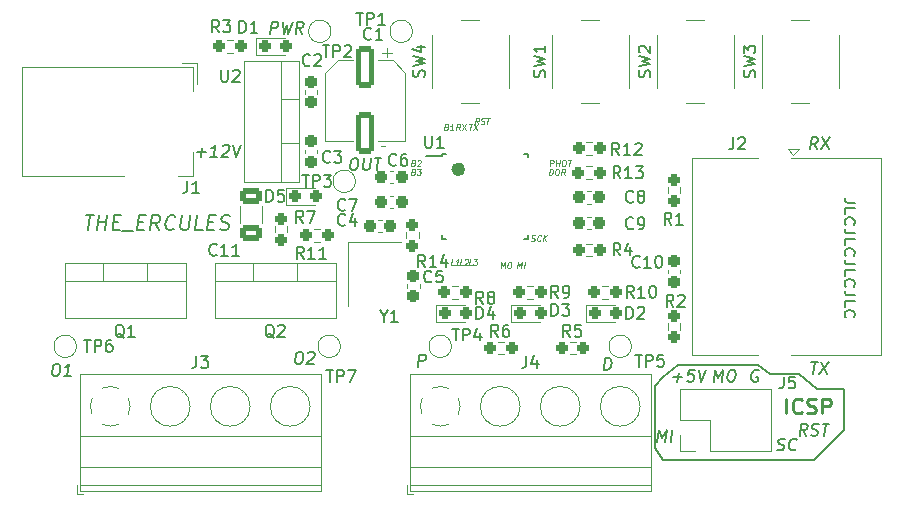
<source format=gto>
%TF.GenerationSoftware,KiCad,Pcbnew,(6.0.0)*%
%TF.CreationDate,2022-05-28T20:15:04-06:00*%
%TF.ProjectId,PantryLights,50616e74-7279-44c6-9967-6874732e6b69,rev?*%
%TF.SameCoordinates,Original*%
%TF.FileFunction,Legend,Top*%
%TF.FilePolarity,Positive*%
%FSLAX46Y46*%
G04 Gerber Fmt 4.6, Leading zero omitted, Abs format (unit mm)*
G04 Created by KiCad (PCBNEW (6.0.0)) date 2022-05-28 20:15:04*
%MOMM*%
%LPD*%
G01*
G04 APERTURE LIST*
G04 Aperture macros list*
%AMRoundRect*
0 Rectangle with rounded corners*
0 $1 Rounding radius*
0 $2 $3 $4 $5 $6 $7 $8 $9 X,Y pos of 4 corners*
0 Add a 4 corners polygon primitive as box body*
4,1,4,$2,$3,$4,$5,$6,$7,$8,$9,$2,$3,0*
0 Add four circle primitives for the rounded corners*
1,1,$1+$1,$2,$3*
1,1,$1+$1,$4,$5*
1,1,$1+$1,$6,$7*
1,1,$1+$1,$8,$9*
0 Add four rect primitives between the rounded corners*
20,1,$1+$1,$2,$3,$4,$5,0*
20,1,$1+$1,$4,$5,$6,$7,0*
20,1,$1+$1,$6,$7,$8,$9,0*
20,1,$1+$1,$8,$9,$2,$3,0*%
G04 Aperture macros list end*
%ADD10C,0.152400*%
%ADD11C,0.127000*%
%ADD12C,0.571500*%
%ADD13C,0.100000*%
%ADD14C,0.150000*%
%ADD15C,0.170000*%
%ADD16C,0.250000*%
%ADD17C,0.120000*%
%ADD18RoundRect,0.237500X-0.287500X-0.237500X0.287500X-0.237500X0.287500X0.237500X-0.287500X0.237500X0*%
%ADD19RoundRect,0.237500X-0.237500X0.250000X-0.237500X-0.250000X0.237500X-0.250000X0.237500X0.250000X0*%
%ADD20C,1.500000*%
%ADD21RoundRect,0.250000X-0.650000X0.412500X-0.650000X-0.412500X0.650000X-0.412500X0.650000X0.412500X0*%
%ADD22R,1.905000X2.000000*%
%ADD23O,1.905000X2.000000*%
%ADD24RoundRect,0.237500X0.250000X0.237500X-0.250000X0.237500X-0.250000X-0.237500X0.250000X-0.237500X0*%
%ADD25R,1.700000X1.700000*%
%ADD26O,1.700000X1.700000*%
%ADD27RoundRect,0.237500X-0.300000X-0.237500X0.300000X-0.237500X0.300000X0.237500X-0.300000X0.237500X0*%
%ADD28RoundRect,0.237500X0.300000X0.237500X-0.300000X0.237500X-0.300000X-0.237500X0.300000X-0.237500X0*%
%ADD29C,3.250000*%
%ADD30R,1.500000X1.500000*%
%ADD31C,2.300000*%
%ADD32R,2.600000X2.600000*%
%ADD33C,2.600000*%
%ADD34RoundRect,0.237500X-0.250000X-0.237500X0.250000X-0.237500X0.250000X0.237500X-0.250000X0.237500X0*%
%ADD35C,2.000000*%
%ADD36R,2.000000X1.905000*%
%ADD37O,2.000000X1.905000*%
%ADD38R,1.800000X2.100000*%
%ADD39RoundRect,0.237500X-0.237500X0.300000X-0.237500X-0.300000X0.237500X-0.300000X0.237500X0.300000X0*%
%ADD40RoundRect,0.237500X0.237500X-0.300000X0.237500X0.300000X-0.237500X0.300000X-0.237500X-0.300000X0*%
%ADD41RoundRect,0.250000X-0.550000X1.500000X-0.550000X-1.500000X0.550000X-1.500000X0.550000X1.500000X0*%
%ADD42R,2.000000X4.600000*%
%ADD43O,2.000000X4.200000*%
%ADD44O,4.200000X2.000000*%
%ADD45RoundRect,0.237500X0.237500X-0.250000X0.237500X0.250000X-0.237500X0.250000X-0.237500X-0.250000X0*%
%ADD46R,1.600000X0.550000*%
%ADD47R,0.550000X1.600000*%
G04 APERTURE END LIST*
D10*
X179695104Y-95807047D02*
X179114533Y-95807047D01*
X178998419Y-95758666D01*
X178921009Y-95661904D01*
X178882304Y-95516761D01*
X178882304Y-95420000D01*
X178882304Y-96774666D02*
X178882304Y-96290857D01*
X179695104Y-96290857D01*
X178959714Y-97693904D02*
X178921009Y-97645523D01*
X178882304Y-97500380D01*
X178882304Y-97403619D01*
X178921009Y-97258476D01*
X178998419Y-97161714D01*
X179075828Y-97113333D01*
X179230647Y-97064952D01*
X179346761Y-97064952D01*
X179501580Y-97113333D01*
X179578990Y-97161714D01*
X179656400Y-97258476D01*
X179695104Y-97403619D01*
X179695104Y-97500380D01*
X179656400Y-97645523D01*
X179617695Y-97693904D01*
X179695104Y-98419619D02*
X179114533Y-98419619D01*
X178998419Y-98371238D01*
X178921009Y-98274476D01*
X178882304Y-98129333D01*
X178882304Y-98032571D01*
X178882304Y-99387238D02*
X178882304Y-98903428D01*
X179695104Y-98903428D01*
X178959714Y-100306476D02*
X178921009Y-100258095D01*
X178882304Y-100112952D01*
X178882304Y-100016190D01*
X178921009Y-99871047D01*
X178998419Y-99774285D01*
X179075828Y-99725904D01*
X179230647Y-99677523D01*
X179346761Y-99677523D01*
X179501580Y-99725904D01*
X179578990Y-99774285D01*
X179656400Y-99871047D01*
X179695104Y-100016190D01*
X179695104Y-100112952D01*
X179656400Y-100258095D01*
X179617695Y-100306476D01*
X179695104Y-101032190D02*
X179114533Y-101032190D01*
X178998419Y-100983809D01*
X178921009Y-100887047D01*
X178882304Y-100741904D01*
X178882304Y-100645142D01*
X178882304Y-101999809D02*
X178882304Y-101516000D01*
X179695104Y-101516000D01*
X178959714Y-102919047D02*
X178921009Y-102870666D01*
X178882304Y-102725523D01*
X178882304Y-102628761D01*
X178921009Y-102483619D01*
X178998419Y-102386857D01*
X179075828Y-102338476D01*
X179230647Y-102290095D01*
X179346761Y-102290095D01*
X179501580Y-102338476D01*
X179578990Y-102386857D01*
X179656400Y-102483619D01*
X179695104Y-102628761D01*
X179695104Y-102725523D01*
X179656400Y-102870666D01*
X179617695Y-102919047D01*
X179695104Y-103644761D02*
X179114533Y-103644761D01*
X178998419Y-103596380D01*
X178921009Y-103499619D01*
X178882304Y-103354476D01*
X178882304Y-103257714D01*
X178882304Y-104612380D02*
X178882304Y-104128571D01*
X179695104Y-104128571D01*
X178959714Y-105531619D02*
X178921009Y-105483238D01*
X178882304Y-105338095D01*
X178882304Y-105241333D01*
X178921009Y-105096190D01*
X178998419Y-104999428D01*
X179075828Y-104951047D01*
X179230647Y-104902666D01*
X179346761Y-104902666D01*
X179501580Y-104951047D01*
X179578990Y-104999428D01*
X179656400Y-105096190D01*
X179695104Y-105241333D01*
X179695104Y-105338095D01*
X179656400Y-105483238D01*
X179617695Y-105531619D01*
D11*
X172516000Y-110344000D02*
X175016000Y-110344000D01*
X175016000Y-110344000D02*
X176516000Y-111594000D01*
X176516000Y-111594000D02*
X178766000Y-111594000D01*
X178766000Y-111594000D02*
X178766000Y-115094000D01*
X178766000Y-115094000D02*
X176266000Y-117594000D01*
X176266000Y-117594000D02*
X163516000Y-117594000D01*
X163516000Y-117594000D02*
X162766000Y-116594000D01*
X162766000Y-116594000D02*
X162766000Y-111344000D01*
X162766000Y-111344000D02*
X163516000Y-110594000D01*
X163516000Y-110594000D02*
X164766000Y-109594000D01*
X164766000Y-109594000D02*
X171516000Y-109594000D01*
X171516000Y-109594000D02*
X172516000Y-110344000D01*
D12*
X146425750Y-92998000D02*
G75*
G03*
X146425750Y-92998000I-285750J0D01*
G01*
D13*
X142367020Y-92454285D02*
X142435473Y-92478095D01*
X142456306Y-92501904D01*
X142474163Y-92549523D01*
X142465235Y-92620952D01*
X142435473Y-92668571D01*
X142408687Y-92692380D01*
X142358092Y-92716190D01*
X142167616Y-92716190D01*
X142230116Y-92216190D01*
X142396782Y-92216190D01*
X142441425Y-92240000D01*
X142462258Y-92263809D01*
X142480116Y-92311428D01*
X142474163Y-92359047D01*
X142444401Y-92406666D01*
X142417616Y-92430476D01*
X142367020Y-92454285D01*
X142200354Y-92454285D01*
X142700354Y-92263809D02*
X142727139Y-92240000D01*
X142777735Y-92216190D01*
X142896782Y-92216190D01*
X142941425Y-92240000D01*
X142962258Y-92263809D01*
X142980116Y-92311428D01*
X142974163Y-92359047D01*
X142941425Y-92430476D01*
X142619997Y-92716190D01*
X142929520Y-92716190D01*
X147850854Y-89160190D02*
X147713949Y-88922095D01*
X147565139Y-89160190D02*
X147627639Y-88660190D01*
X147818116Y-88660190D01*
X147862758Y-88684000D01*
X147883592Y-88707809D01*
X147901449Y-88755428D01*
X147892520Y-88826857D01*
X147862758Y-88874476D01*
X147835973Y-88898285D01*
X147785377Y-88922095D01*
X147594901Y-88922095D01*
X148044306Y-89136380D02*
X148112758Y-89160190D01*
X148231806Y-89160190D01*
X148282401Y-89136380D01*
X148309187Y-89112571D01*
X148338949Y-89064952D01*
X148344901Y-89017333D01*
X148327044Y-88969714D01*
X148306211Y-88945904D01*
X148261568Y-88922095D01*
X148169306Y-88898285D01*
X148124663Y-88874476D01*
X148103830Y-88850666D01*
X148085973Y-88803047D01*
X148091925Y-88755428D01*
X148121687Y-88707809D01*
X148148473Y-88684000D01*
X148199068Y-88660190D01*
X148318116Y-88660190D01*
X148386568Y-88684000D01*
X148532401Y-88660190D02*
X148818116Y-88660190D01*
X148612758Y-89160190D02*
X148675258Y-88660190D01*
D14*
X142735422Y-109706380D02*
X142860422Y-108706380D01*
X143241375Y-108706380D01*
X143330660Y-108754000D01*
X143372327Y-108801619D01*
X143408041Y-108896857D01*
X143390184Y-109039714D01*
X143330660Y-109134952D01*
X143277089Y-109182571D01*
X143175898Y-109230190D01*
X142794946Y-109230190D01*
D13*
X153883425Y-92716190D02*
X153945925Y-92216190D01*
X154136401Y-92216190D01*
X154181044Y-92240000D01*
X154201877Y-92263809D01*
X154219735Y-92311428D01*
X154210806Y-92382857D01*
X154181044Y-92430476D01*
X154154258Y-92454285D01*
X154103663Y-92478095D01*
X153913187Y-92478095D01*
X154383425Y-92716190D02*
X154445925Y-92216190D01*
X154416163Y-92454285D02*
X154701877Y-92454285D01*
X154669139Y-92716190D02*
X154731639Y-92216190D01*
X155064973Y-92216190D02*
X155160211Y-92216190D01*
X155204854Y-92240000D01*
X155246520Y-92287619D01*
X155258425Y-92382857D01*
X155237592Y-92549523D01*
X155201877Y-92644761D01*
X155148306Y-92692380D01*
X155097711Y-92716190D01*
X155002473Y-92716190D01*
X154957830Y-92692380D01*
X154916163Y-92644761D01*
X154904258Y-92549523D01*
X154925092Y-92382857D01*
X154960806Y-92287619D01*
X155014377Y-92240000D01*
X155064973Y-92216190D01*
X155422116Y-92216190D02*
X155707830Y-92216190D01*
X155502473Y-92716190D02*
X155564973Y-92216190D01*
D14*
X112070898Y-109468380D02*
X112261375Y-109468380D01*
X112350660Y-109516000D01*
X112433994Y-109611238D01*
X112457803Y-109801714D01*
X112416136Y-110135047D01*
X112344708Y-110325523D01*
X112237565Y-110420761D01*
X112136375Y-110468380D01*
X111945898Y-110468380D01*
X111856613Y-110420761D01*
X111773279Y-110325523D01*
X111749470Y-110135047D01*
X111791136Y-109801714D01*
X111862565Y-109611238D01*
X111969708Y-109516000D01*
X112070898Y-109468380D01*
X113326851Y-110468380D02*
X112755422Y-110468380D01*
X113041136Y-110468380D02*
X113166136Y-109468380D01*
X113053041Y-109611238D01*
X112945898Y-109706476D01*
X112844708Y-109754095D01*
X130233994Y-81512380D02*
X130358994Y-80512380D01*
X130739946Y-80512380D01*
X130829232Y-80560000D01*
X130870898Y-80607619D01*
X130906613Y-80702857D01*
X130888755Y-80845714D01*
X130829232Y-80940952D01*
X130775660Y-80988571D01*
X130674470Y-81036190D01*
X130293517Y-81036190D01*
X131263755Y-80512380D02*
X131376851Y-81512380D01*
X131656613Y-80798095D01*
X131757803Y-81512380D01*
X132120898Y-80512380D01*
X132948279Y-81512380D02*
X132674470Y-81036190D01*
X132376851Y-81512380D02*
X132501851Y-80512380D01*
X132882803Y-80512380D01*
X132972089Y-80560000D01*
X133013755Y-80607619D01*
X133049470Y-80702857D01*
X133031613Y-80845714D01*
X132972089Y-80940952D01*
X132918517Y-80988571D01*
X132817327Y-81036190D01*
X132436375Y-81036190D01*
X137308462Y-92058256D02*
X137498938Y-92058256D01*
X137588224Y-92105876D01*
X137671557Y-92201114D01*
X137695367Y-92391590D01*
X137653700Y-92724923D01*
X137582271Y-92915399D01*
X137475129Y-93010637D01*
X137373938Y-93058256D01*
X137183462Y-93058256D01*
X137094176Y-93010637D01*
X137010843Y-92915399D01*
X136987033Y-92724923D01*
X137028700Y-92391590D01*
X137100129Y-92201114D01*
X137207271Y-92105876D01*
X137308462Y-92058256D01*
X138165605Y-92058256D02*
X138064414Y-92867780D01*
X138100129Y-92963018D01*
X138141795Y-93010637D01*
X138231081Y-93058256D01*
X138421557Y-93058256D01*
X138522748Y-93010637D01*
X138576319Y-92963018D01*
X138635843Y-92867780D01*
X138737033Y-92058256D01*
X139070367Y-92058256D02*
X139641795Y-92058256D01*
X139231081Y-93058256D02*
X139356081Y-92058256D01*
D13*
X139575997Y-91001714D02*
X139956949Y-91001714D01*
X152310782Y-99042380D02*
X152379235Y-99066190D01*
X152498282Y-99066190D01*
X152548877Y-99042380D01*
X152575663Y-99018571D01*
X152605425Y-98970952D01*
X152611377Y-98923333D01*
X152593520Y-98875714D01*
X152572687Y-98851904D01*
X152528044Y-98828095D01*
X152435782Y-98804285D01*
X152391139Y-98780476D01*
X152370306Y-98756666D01*
X152352449Y-98709047D01*
X152358401Y-98661428D01*
X152388163Y-98613809D01*
X152414949Y-98590000D01*
X152465544Y-98566190D01*
X152584592Y-98566190D01*
X152653044Y-98590000D01*
X153099473Y-99018571D02*
X153072687Y-99042380D01*
X152998282Y-99066190D01*
X152950663Y-99066190D01*
X152882211Y-99042380D01*
X152840544Y-98994761D01*
X152822687Y-98947142D01*
X152810782Y-98851904D01*
X152819711Y-98780476D01*
X152855425Y-98685238D01*
X152885187Y-98637619D01*
X152938758Y-98590000D01*
X153013163Y-98566190D01*
X153060782Y-98566190D01*
X153129235Y-98590000D01*
X153150068Y-98613809D01*
X153307806Y-99066190D02*
X153370306Y-98566190D01*
X153593520Y-99066190D02*
X153414949Y-98780476D01*
X153656020Y-98566190D02*
X153334592Y-98851904D01*
X153831806Y-93478190D02*
X153894306Y-92978190D01*
X154013354Y-92978190D01*
X154081806Y-93002000D01*
X154123473Y-93049619D01*
X154141330Y-93097238D01*
X154153235Y-93192476D01*
X154144306Y-93263904D01*
X154108592Y-93359142D01*
X154078830Y-93406761D01*
X154025258Y-93454380D01*
X153950854Y-93478190D01*
X153831806Y-93478190D01*
X154489544Y-92978190D02*
X154584782Y-92978190D01*
X154629425Y-93002000D01*
X154671092Y-93049619D01*
X154682997Y-93144857D01*
X154662163Y-93311523D01*
X154626449Y-93406761D01*
X154572877Y-93454380D01*
X154522282Y-93478190D01*
X154427044Y-93478190D01*
X154382401Y-93454380D01*
X154340735Y-93406761D01*
X154328830Y-93311523D01*
X154349663Y-93144857D01*
X154385377Y-93049619D01*
X154438949Y-93002000D01*
X154489544Y-92978190D01*
X155141330Y-93478190D02*
X155004425Y-93240095D01*
X154855616Y-93478190D02*
X154918116Y-92978190D01*
X155108592Y-92978190D01*
X155153235Y-93002000D01*
X155174068Y-93025809D01*
X155191925Y-93073428D01*
X155182997Y-93144857D01*
X155153235Y-93192476D01*
X155126449Y-93216285D01*
X155075854Y-93240095D01*
X154885377Y-93240095D01*
X147279330Y-101098190D02*
X147041235Y-101098190D01*
X147103735Y-100598190D01*
X147460877Y-100598190D02*
X147770401Y-100598190D01*
X147579925Y-100788666D01*
X147651354Y-100788666D01*
X147695997Y-100812476D01*
X147716830Y-100836285D01*
X147734687Y-100883904D01*
X147719806Y-101002952D01*
X147690044Y-101050571D01*
X147663258Y-101074380D01*
X147612663Y-101098190D01*
X147469806Y-101098190D01*
X147425163Y-101074380D01*
X147404330Y-101050571D01*
X149728092Y-101352190D02*
X149790592Y-100852190D01*
X149912616Y-101209333D01*
X150123925Y-100852190D01*
X150061425Y-101352190D01*
X150457258Y-100852190D02*
X150552497Y-100852190D01*
X150597139Y-100876000D01*
X150638806Y-100923619D01*
X150650711Y-101018857D01*
X150629877Y-101185523D01*
X150594163Y-101280761D01*
X150540592Y-101328380D01*
X150489997Y-101352190D01*
X150394758Y-101352190D01*
X150350116Y-101328380D01*
X150308449Y-101280761D01*
X150296544Y-101185523D01*
X150317377Y-101018857D01*
X150353092Y-100923619D01*
X150406663Y-100876000D01*
X150457258Y-100852190D01*
D14*
X173141565Y-116748761D02*
X173278470Y-116796380D01*
X173516565Y-116796380D01*
X173617755Y-116748761D01*
X173671327Y-116701142D01*
X173730851Y-116605904D01*
X173742755Y-116510666D01*
X173707041Y-116415428D01*
X173665375Y-116367809D01*
X173576089Y-116320190D01*
X173391565Y-116272571D01*
X173302279Y-116224952D01*
X173260613Y-116177333D01*
X173224898Y-116082095D01*
X173236803Y-115986857D01*
X173296327Y-115891619D01*
X173349898Y-115844000D01*
X173451089Y-115796380D01*
X173689184Y-115796380D01*
X173826089Y-115844000D01*
X174718946Y-116701142D02*
X174665375Y-116748761D01*
X174516565Y-116796380D01*
X174421327Y-116796380D01*
X174284422Y-116748761D01*
X174201089Y-116653523D01*
X174165375Y-116558285D01*
X174141565Y-116367809D01*
X174159422Y-116224952D01*
X174230851Y-116034476D01*
X174290375Y-115939238D01*
X174397517Y-115844000D01*
X174546327Y-115796380D01*
X174641565Y-115796380D01*
X174778470Y-115844000D01*
X174820136Y-115891619D01*
D13*
X151140949Y-101352190D02*
X151203449Y-100852190D01*
X151325473Y-101209333D01*
X151536782Y-100852190D01*
X151474282Y-101352190D01*
X151712377Y-101352190D02*
X151774877Y-100852190D01*
D14*
X175623708Y-115546380D02*
X175349898Y-115070190D01*
X175052279Y-115546380D02*
X175177279Y-114546380D01*
X175558232Y-114546380D01*
X175647517Y-114594000D01*
X175689184Y-114641619D01*
X175724898Y-114736857D01*
X175707041Y-114879714D01*
X175647517Y-114974952D01*
X175593946Y-115022571D01*
X175492755Y-115070190D01*
X175111803Y-115070190D01*
X176010613Y-115498761D02*
X176147517Y-115546380D01*
X176385613Y-115546380D01*
X176486803Y-115498761D01*
X176540375Y-115451142D01*
X176599898Y-115355904D01*
X176611803Y-115260666D01*
X176576089Y-115165428D01*
X176534422Y-115117809D01*
X176445136Y-115070190D01*
X176260613Y-115022571D01*
X176171327Y-114974952D01*
X176129660Y-114927333D01*
X176093946Y-114832095D01*
X176105851Y-114736857D01*
X176165375Y-114641619D01*
X176218946Y-114594000D01*
X176320136Y-114546380D01*
X176558232Y-114546380D01*
X176695136Y-114594000D01*
X176986803Y-114546380D02*
X177558232Y-114546380D01*
X177147517Y-115546380D02*
X177272517Y-114546380D01*
X132644898Y-108452380D02*
X132835375Y-108452380D01*
X132924660Y-108500000D01*
X133007994Y-108595238D01*
X133031803Y-108785714D01*
X132990136Y-109119047D01*
X132918708Y-109309523D01*
X132811565Y-109404761D01*
X132710375Y-109452380D01*
X132519898Y-109452380D01*
X132430613Y-109404761D01*
X132347279Y-109309523D01*
X132323470Y-109119047D01*
X132365136Y-108785714D01*
X132436565Y-108595238D01*
X132543708Y-108500000D01*
X132644898Y-108452380D01*
X133442517Y-108547619D02*
X133496089Y-108500000D01*
X133597279Y-108452380D01*
X133835375Y-108452380D01*
X133924660Y-108500000D01*
X133966327Y-108547619D01*
X134002041Y-108642857D01*
X133990136Y-108738095D01*
X133924660Y-108880952D01*
X133281803Y-109452380D01*
X133900851Y-109452380D01*
D15*
X114587433Y-96885476D02*
X115301718Y-96885476D01*
X114788325Y-98135476D02*
X114944575Y-96885476D01*
X115562135Y-98135476D02*
X115718385Y-96885476D01*
X115643980Y-97480714D02*
X116358266Y-97480714D01*
X116276421Y-98135476D02*
X116432671Y-96885476D01*
X116953504Y-97480714D02*
X117370171Y-97480714D01*
X117466897Y-98135476D02*
X116871659Y-98135476D01*
X117027909Y-96885476D01*
X117623147Y-96885476D01*
X117690111Y-98254523D02*
X118642492Y-98254523D01*
X119036837Y-97480714D02*
X119453504Y-97480714D01*
X119550230Y-98135476D02*
X118954992Y-98135476D01*
X119111242Y-96885476D01*
X119706480Y-96885476D01*
X120800230Y-98135476D02*
X120457968Y-97540238D01*
X120085944Y-98135476D02*
X120242194Y-96885476D01*
X120718385Y-96885476D01*
X120829992Y-96945000D01*
X120882075Y-97004523D01*
X120926718Y-97123571D01*
X120904397Y-97302142D01*
X120829992Y-97421190D01*
X120763028Y-97480714D01*
X120636540Y-97540238D01*
X120160349Y-97540238D01*
X122065111Y-98016428D02*
X121998147Y-98075952D01*
X121812135Y-98135476D01*
X121693087Y-98135476D01*
X121521956Y-98075952D01*
X121417790Y-97956904D01*
X121373147Y-97837857D01*
X121343385Y-97599761D01*
X121365706Y-97421190D01*
X121454992Y-97183095D01*
X121529397Y-97064047D01*
X121663325Y-96945000D01*
X121849337Y-96885476D01*
X121968385Y-96885476D01*
X122139516Y-96945000D01*
X122191599Y-97004523D01*
X122742194Y-96885476D02*
X122615706Y-97897380D01*
X122660349Y-98016428D01*
X122712433Y-98075952D01*
X122824040Y-98135476D01*
X123062135Y-98135476D01*
X123188623Y-98075952D01*
X123255587Y-98016428D01*
X123329992Y-97897380D01*
X123456480Y-96885476D01*
X124490706Y-98135476D02*
X123895468Y-98135476D01*
X124051718Y-96885476D01*
X124989218Y-97480714D02*
X125405885Y-97480714D01*
X125502611Y-98135476D02*
X124907373Y-98135476D01*
X125063623Y-96885476D01*
X125658861Y-96885476D01*
X125986242Y-98075952D02*
X126157373Y-98135476D01*
X126454992Y-98135476D01*
X126581480Y-98075952D01*
X126648444Y-98016428D01*
X126722849Y-97897380D01*
X126737730Y-97778333D01*
X126693087Y-97659285D01*
X126641004Y-97599761D01*
X126529397Y-97540238D01*
X126298742Y-97480714D01*
X126187135Y-97421190D01*
X126135052Y-97361666D01*
X126090409Y-97242619D01*
X126105290Y-97123571D01*
X126179694Y-97004523D01*
X126246659Y-96945000D01*
X126373147Y-96885476D01*
X126670766Y-96885476D01*
X126841897Y-96945000D01*
D13*
X146517330Y-101098190D02*
X146279235Y-101098190D01*
X146341735Y-100598190D01*
X146716735Y-100645809D02*
X146743520Y-100622000D01*
X146794116Y-100598190D01*
X146913163Y-100598190D01*
X146957806Y-100622000D01*
X146978639Y-100645809D01*
X146996497Y-100693428D01*
X146990544Y-100741047D01*
X146957806Y-100812476D01*
X146636377Y-101098190D01*
X146945901Y-101098190D01*
X147044211Y-89168190D02*
X147329925Y-89168190D01*
X147124568Y-89668190D02*
X147187068Y-89168190D01*
X147448973Y-89168190D02*
X147719806Y-89668190D01*
X147782306Y-89168190D02*
X147386473Y-89668190D01*
X145755330Y-101098190D02*
X145517235Y-101098190D01*
X145579735Y-100598190D01*
X146183901Y-101098190D02*
X145898187Y-101098190D01*
X146041044Y-101098190D02*
X146103544Y-100598190D01*
X146046997Y-100669619D01*
X145993425Y-100717238D01*
X145942830Y-100741047D01*
X146263330Y-89668190D02*
X146126425Y-89430095D01*
X145977616Y-89668190D02*
X146040116Y-89168190D01*
X146230592Y-89168190D01*
X146275235Y-89192000D01*
X146296068Y-89215809D01*
X146313925Y-89263428D01*
X146304997Y-89334857D01*
X146275235Y-89382476D01*
X146248449Y-89406285D01*
X146197854Y-89430095D01*
X146007377Y-89430095D01*
X146492497Y-89168190D02*
X146763330Y-89668190D01*
X146825830Y-89168190D02*
X146429997Y-89668190D01*
D16*
X173920761Y-113659476D02*
X173920761Y-112409476D01*
X175230285Y-113540428D02*
X175170761Y-113599952D01*
X174992190Y-113659476D01*
X174873142Y-113659476D01*
X174694571Y-113599952D01*
X174575523Y-113480904D01*
X174516000Y-113361857D01*
X174456476Y-113123761D01*
X174456476Y-112945190D01*
X174516000Y-112707095D01*
X174575523Y-112588047D01*
X174694571Y-112469000D01*
X174873142Y-112409476D01*
X174992190Y-112409476D01*
X175170761Y-112469000D01*
X175230285Y-112528523D01*
X175706476Y-113599952D02*
X175885047Y-113659476D01*
X176182666Y-113659476D01*
X176301714Y-113599952D01*
X176361238Y-113540428D01*
X176420761Y-113421380D01*
X176420761Y-113302333D01*
X176361238Y-113183285D01*
X176301714Y-113123761D01*
X176182666Y-113064238D01*
X175944571Y-113004714D01*
X175825523Y-112945190D01*
X175766000Y-112885666D01*
X175706476Y-112766619D01*
X175706476Y-112647571D01*
X175766000Y-112528523D01*
X175825523Y-112469000D01*
X175944571Y-112409476D01*
X176242190Y-112409476D01*
X176420761Y-112469000D01*
X176956476Y-113659476D02*
X176956476Y-112409476D01*
X177432666Y-112409476D01*
X177551714Y-112469000D01*
X177611238Y-112528523D01*
X177670761Y-112647571D01*
X177670761Y-112826142D01*
X177611238Y-112945190D01*
X177551714Y-113004714D01*
X177432666Y-113064238D01*
X176956476Y-113064238D01*
D14*
X176504660Y-91296380D02*
X176230851Y-90820190D01*
X175933232Y-91296380D02*
X176058232Y-90296380D01*
X176439184Y-90296380D01*
X176528470Y-90344000D01*
X176570136Y-90391619D01*
X176605851Y-90486857D01*
X176587994Y-90629714D01*
X176528470Y-90724952D01*
X176474898Y-90772571D01*
X176373708Y-90820190D01*
X175992755Y-90820190D01*
X176962994Y-90296380D02*
X177504660Y-91296380D01*
X177629660Y-90296380D02*
X176837994Y-91296380D01*
X171572279Y-110024000D02*
X171482994Y-109976380D01*
X171340136Y-109976380D01*
X171191327Y-110024000D01*
X171084184Y-110119238D01*
X171024660Y-110214476D01*
X170953232Y-110404952D01*
X170935375Y-110547809D01*
X170959184Y-110738285D01*
X170994898Y-110833523D01*
X171078232Y-110928761D01*
X171215136Y-110976380D01*
X171310375Y-110976380D01*
X171459184Y-110928761D01*
X171512755Y-110881142D01*
X171554422Y-110547809D01*
X171363946Y-110547809D01*
X162999898Y-116056380D02*
X163124898Y-115056380D01*
X163368946Y-115770666D01*
X163791565Y-115056380D01*
X163666565Y-116056380D01*
X164142755Y-116056380D02*
X164267755Y-115056380D01*
X164365232Y-110595428D02*
X165127136Y-110595428D01*
X164698565Y-110976380D02*
X164793803Y-110214476D01*
X166156898Y-109976380D02*
X165680708Y-109976380D01*
X165573565Y-110452571D01*
X165627136Y-110404952D01*
X165728327Y-110357333D01*
X165966422Y-110357333D01*
X166055708Y-110404952D01*
X166097375Y-110452571D01*
X166133089Y-110547809D01*
X166103327Y-110785904D01*
X166043803Y-110881142D01*
X165990232Y-110928761D01*
X165889041Y-110976380D01*
X165650946Y-110976380D01*
X165561660Y-110928761D01*
X165519994Y-110881142D01*
X166490232Y-109976380D02*
X166698565Y-110976380D01*
X167156898Y-109976380D01*
X124011041Y-91545428D02*
X124772946Y-91545428D01*
X124344375Y-91926380D02*
X124439613Y-91164476D01*
X125725327Y-91926380D02*
X125153898Y-91926380D01*
X125439613Y-91926380D02*
X125564613Y-90926380D01*
X125451517Y-91069238D01*
X125344375Y-91164476D01*
X125243184Y-91212095D01*
X126219375Y-91021619D02*
X126272946Y-90974000D01*
X126374136Y-90926380D01*
X126612232Y-90926380D01*
X126701517Y-90974000D01*
X126743184Y-91021619D01*
X126778898Y-91116857D01*
X126766994Y-91212095D01*
X126701517Y-91354952D01*
X126058660Y-91926380D01*
X126677708Y-91926380D01*
X127088422Y-90926380D02*
X127296755Y-91926380D01*
X127755089Y-90926380D01*
D13*
X145161020Y-89406285D02*
X145229473Y-89430095D01*
X145250306Y-89453904D01*
X145268163Y-89501523D01*
X145259235Y-89572952D01*
X145229473Y-89620571D01*
X145202687Y-89644380D01*
X145152092Y-89668190D01*
X144961616Y-89668190D01*
X145024116Y-89168190D01*
X145190782Y-89168190D01*
X145235425Y-89192000D01*
X145256258Y-89215809D01*
X145274116Y-89263428D01*
X145268163Y-89311047D01*
X145238401Y-89358666D01*
X145211616Y-89382476D01*
X145161020Y-89406285D01*
X144994354Y-89406285D01*
X145723520Y-89668190D02*
X145437806Y-89668190D01*
X145580663Y-89668190D02*
X145643163Y-89168190D01*
X145586616Y-89239619D01*
X145533044Y-89287238D01*
X145482449Y-89311047D01*
D14*
X158483422Y-109960380D02*
X158608422Y-108960380D01*
X158846517Y-108960380D01*
X158983422Y-109008000D01*
X159066755Y-109103238D01*
X159102470Y-109198476D01*
X159126279Y-109388952D01*
X159108422Y-109531809D01*
X159036994Y-109722285D01*
X158977470Y-109817523D01*
X158870327Y-109912761D01*
X158721517Y-109960380D01*
X158483422Y-109960380D01*
X176034422Y-109296380D02*
X176605851Y-109296380D01*
X176195136Y-110296380D02*
X176320136Y-109296380D01*
X176843946Y-109296380D02*
X177385613Y-110296380D01*
X177510613Y-109296380D02*
X176718946Y-110296380D01*
D13*
X142367020Y-93216285D02*
X142435473Y-93240095D01*
X142456306Y-93263904D01*
X142474163Y-93311523D01*
X142465235Y-93382952D01*
X142435473Y-93430571D01*
X142408687Y-93454380D01*
X142358092Y-93478190D01*
X142167616Y-93478190D01*
X142230116Y-92978190D01*
X142396782Y-92978190D01*
X142441425Y-93002000D01*
X142462258Y-93025809D01*
X142480116Y-93073428D01*
X142474163Y-93121047D01*
X142444401Y-93168666D01*
X142417616Y-93192476D01*
X142367020Y-93216285D01*
X142200354Y-93216285D01*
X142682497Y-92978190D02*
X142992020Y-92978190D01*
X142801544Y-93168666D01*
X142872973Y-93168666D01*
X142917616Y-93192476D01*
X142938449Y-93216285D01*
X142956306Y-93263904D01*
X142941425Y-93382952D01*
X142911663Y-93430571D01*
X142884877Y-93454380D01*
X142834282Y-93478190D01*
X142691425Y-93478190D01*
X142646782Y-93454380D01*
X142625949Y-93430571D01*
D14*
X167794184Y-110976380D02*
X167919184Y-109976380D01*
X168163232Y-110690666D01*
X168585851Y-109976380D01*
X168460851Y-110976380D01*
X169252517Y-109976380D02*
X169442994Y-109976380D01*
X169532279Y-110024000D01*
X169615613Y-110119238D01*
X169639422Y-110309714D01*
X169597755Y-110643047D01*
X169526327Y-110833523D01*
X169419184Y-110928761D01*
X169317994Y-110976380D01*
X169127517Y-110976380D01*
X169038232Y-110928761D01*
X168954898Y-110833523D01*
X168931089Y-110643047D01*
X168972755Y-110309714D01*
X169044184Y-110119238D01*
X169151327Y-110024000D01*
X169252517Y-109976380D01*
%TO.C,D4*%
X147687904Y-105642380D02*
X147687904Y-104642380D01*
X147926000Y-104642380D01*
X148068857Y-104690000D01*
X148164095Y-104785238D01*
X148211714Y-104880476D01*
X148259333Y-105070952D01*
X148259333Y-105213809D01*
X148211714Y-105404285D01*
X148164095Y-105499523D01*
X148068857Y-105594761D01*
X147926000Y-105642380D01*
X147687904Y-105642380D01*
X149116476Y-104975714D02*
X149116476Y-105642380D01*
X148878380Y-104594761D02*
X148640285Y-105309047D01*
X149259333Y-105309047D01*
%TO.C,R7*%
X133019333Y-97514380D02*
X132686000Y-97038190D01*
X132447904Y-97514380D02*
X132447904Y-96514380D01*
X132828857Y-96514380D01*
X132924095Y-96562000D01*
X132971714Y-96609619D01*
X133019333Y-96704857D01*
X133019333Y-96847714D01*
X132971714Y-96942952D01*
X132924095Y-96990571D01*
X132828857Y-97038190D01*
X132447904Y-97038190D01*
X133352666Y-96514380D02*
X134019333Y-96514380D01*
X133590761Y-97514380D01*
%TO.C,TP3*%
X132940095Y-93466380D02*
X133511523Y-93466380D01*
X133225809Y-94466380D02*
X133225809Y-93466380D01*
X133844857Y-94466380D02*
X133844857Y-93466380D01*
X134225809Y-93466380D01*
X134321047Y-93514000D01*
X134368666Y-93561619D01*
X134416285Y-93656857D01*
X134416285Y-93799714D01*
X134368666Y-93894952D01*
X134321047Y-93942571D01*
X134225809Y-93990190D01*
X133844857Y-93990190D01*
X134749619Y-93466380D02*
X135368666Y-93466380D01*
X135035333Y-93847333D01*
X135178190Y-93847333D01*
X135273428Y-93894952D01*
X135321047Y-93942571D01*
X135368666Y-94037809D01*
X135368666Y-94275904D01*
X135321047Y-94371142D01*
X135273428Y-94418761D01*
X135178190Y-94466380D01*
X134892476Y-94466380D01*
X134797238Y-94418761D01*
X134749619Y-94371142D01*
%TO.C,R1*%
X164192973Y-97680984D02*
X163859640Y-97204794D01*
X163621544Y-97680984D02*
X163621544Y-96680984D01*
X164002497Y-96680984D01*
X164097735Y-96728604D01*
X164145354Y-96776223D01*
X164192973Y-96871461D01*
X164192973Y-97014318D01*
X164145354Y-97109556D01*
X164097735Y-97157175D01*
X164002497Y-97204794D01*
X163621544Y-97204794D01*
X165145354Y-97680984D02*
X164573925Y-97680984D01*
X164859640Y-97680984D02*
X164859640Y-96680984D01*
X164764401Y-96823842D01*
X164669163Y-96919080D01*
X164573925Y-96966699D01*
%TO.C,C11*%
X125685142Y-100213142D02*
X125637523Y-100260761D01*
X125494666Y-100308380D01*
X125399428Y-100308380D01*
X125256571Y-100260761D01*
X125161333Y-100165523D01*
X125113714Y-100070285D01*
X125066095Y-99879809D01*
X125066095Y-99736952D01*
X125113714Y-99546476D01*
X125161333Y-99451238D01*
X125256571Y-99356000D01*
X125399428Y-99308380D01*
X125494666Y-99308380D01*
X125637523Y-99356000D01*
X125685142Y-99403619D01*
X126637523Y-100308380D02*
X126066095Y-100308380D01*
X126351809Y-100308380D02*
X126351809Y-99308380D01*
X126256571Y-99451238D01*
X126161333Y-99546476D01*
X126066095Y-99594095D01*
X127589904Y-100308380D02*
X127018476Y-100308380D01*
X127304190Y-100308380D02*
X127304190Y-99308380D01*
X127208952Y-99451238D01*
X127113714Y-99546476D01*
X127018476Y-99594095D01*
%TO.C,TP7*%
X134972095Y-109978380D02*
X135543523Y-109978380D01*
X135257809Y-110978380D02*
X135257809Y-109978380D01*
X135876857Y-110978380D02*
X135876857Y-109978380D01*
X136257809Y-109978380D01*
X136353047Y-110026000D01*
X136400666Y-110073619D01*
X136448285Y-110168857D01*
X136448285Y-110311714D01*
X136400666Y-110406952D01*
X136353047Y-110454571D01*
X136257809Y-110502190D01*
X135876857Y-110502190D01*
X136781619Y-109978380D02*
X137448285Y-109978380D01*
X137019714Y-110978380D01*
%TO.C,Q2*%
X130550761Y-107261619D02*
X130455523Y-107214000D01*
X130360285Y-107118761D01*
X130217428Y-106975904D01*
X130122190Y-106928285D01*
X130026952Y-106928285D01*
X130074571Y-107166380D02*
X129979333Y-107118761D01*
X129884095Y-107023523D01*
X129836476Y-106833047D01*
X129836476Y-106499714D01*
X129884095Y-106309238D01*
X129979333Y-106214000D01*
X130074571Y-106166380D01*
X130265047Y-106166380D01*
X130360285Y-106214000D01*
X130455523Y-106309238D01*
X130503142Y-106499714D01*
X130503142Y-106833047D01*
X130455523Y-107023523D01*
X130360285Y-107118761D01*
X130265047Y-107166380D01*
X130074571Y-107166380D01*
X130884095Y-106261619D02*
X130931714Y-106214000D01*
X131026952Y-106166380D01*
X131265047Y-106166380D01*
X131360285Y-106214000D01*
X131407904Y-106261619D01*
X131455523Y-106356857D01*
X131455523Y-106452095D01*
X131407904Y-106594952D01*
X130836476Y-107166380D01*
X131455523Y-107166380D01*
%TO.C,R3*%
X125907333Y-81390503D02*
X125574000Y-80914313D01*
X125335904Y-81390503D02*
X125335904Y-80390503D01*
X125716857Y-80390503D01*
X125812095Y-80438123D01*
X125859714Y-80485742D01*
X125907333Y-80580980D01*
X125907333Y-80723837D01*
X125859714Y-80819075D01*
X125812095Y-80866694D01*
X125716857Y-80914313D01*
X125335904Y-80914313D01*
X126240666Y-80390503D02*
X126859714Y-80390503D01*
X126526380Y-80771456D01*
X126669238Y-80771456D01*
X126764476Y-80819075D01*
X126812095Y-80866694D01*
X126859714Y-80961932D01*
X126859714Y-81200027D01*
X126812095Y-81295265D01*
X126764476Y-81342884D01*
X126669238Y-81390503D01*
X126383523Y-81390503D01*
X126288285Y-81342884D01*
X126240666Y-81295265D01*
%TO.C,J5*%
X173682666Y-110546380D02*
X173682666Y-111260666D01*
X173635047Y-111403523D01*
X173539809Y-111498761D01*
X173396952Y-111546380D01*
X173301714Y-111546380D01*
X174635047Y-110546380D02*
X174158857Y-110546380D01*
X174111238Y-111022571D01*
X174158857Y-110974952D01*
X174254095Y-110927333D01*
X174492190Y-110927333D01*
X174587428Y-110974952D01*
X174635047Y-111022571D01*
X174682666Y-111117809D01*
X174682666Y-111355904D01*
X174635047Y-111451142D01*
X174587428Y-111498761D01*
X174492190Y-111546380D01*
X174254095Y-111546380D01*
X174158857Y-111498761D01*
X174111238Y-111451142D01*
%TO.C,C4*%
X136575333Y-97673142D02*
X136527714Y-97720761D01*
X136384857Y-97768380D01*
X136289619Y-97768380D01*
X136146761Y-97720761D01*
X136051523Y-97625523D01*
X136003904Y-97530285D01*
X135956285Y-97339809D01*
X135956285Y-97196952D01*
X136003904Y-97006476D01*
X136051523Y-96911238D01*
X136146761Y-96816000D01*
X136289619Y-96768380D01*
X136384857Y-96768380D01*
X136527714Y-96816000D01*
X136575333Y-96863619D01*
X137432476Y-97101714D02*
X137432476Y-97768380D01*
X137194380Y-96720761D02*
X136956285Y-97435047D01*
X137575333Y-97435047D01*
%TO.C,C8*%
X160959333Y-95719604D02*
X160911714Y-95767223D01*
X160768857Y-95814842D01*
X160673619Y-95814842D01*
X160530761Y-95767223D01*
X160435523Y-95671985D01*
X160387904Y-95576747D01*
X160340285Y-95386271D01*
X160340285Y-95243414D01*
X160387904Y-95052938D01*
X160435523Y-94957700D01*
X160530761Y-94862462D01*
X160673619Y-94814842D01*
X160768857Y-94814842D01*
X160911714Y-94862462D01*
X160959333Y-94910081D01*
X161530761Y-95243414D02*
X161435523Y-95195795D01*
X161387904Y-95148176D01*
X161340285Y-95052938D01*
X161340285Y-95005319D01*
X161387904Y-94910081D01*
X161435523Y-94862462D01*
X161530761Y-94814842D01*
X161721238Y-94814842D01*
X161816476Y-94862462D01*
X161864095Y-94910081D01*
X161911714Y-95005319D01*
X161911714Y-95052938D01*
X161864095Y-95148176D01*
X161816476Y-95195795D01*
X161721238Y-95243414D01*
X161530761Y-95243414D01*
X161435523Y-95291033D01*
X161387904Y-95338652D01*
X161340285Y-95433890D01*
X161340285Y-95624366D01*
X161387904Y-95719604D01*
X161435523Y-95767223D01*
X161530761Y-95814842D01*
X161721238Y-95814842D01*
X161816476Y-95767223D01*
X161864095Y-95719604D01*
X161911714Y-95624366D01*
X161911714Y-95433890D01*
X161864095Y-95338652D01*
X161816476Y-95291033D01*
X161721238Y-95243414D01*
%TO.C,Q1*%
X117850761Y-107261619D02*
X117755523Y-107214000D01*
X117660285Y-107118761D01*
X117517428Y-106975904D01*
X117422190Y-106928285D01*
X117326952Y-106928285D01*
X117374571Y-107166380D02*
X117279333Y-107118761D01*
X117184095Y-107023523D01*
X117136476Y-106833047D01*
X117136476Y-106499714D01*
X117184095Y-106309238D01*
X117279333Y-106214000D01*
X117374571Y-106166380D01*
X117565047Y-106166380D01*
X117660285Y-106214000D01*
X117755523Y-106309238D01*
X117803142Y-106499714D01*
X117803142Y-106833047D01*
X117755523Y-107023523D01*
X117660285Y-107118761D01*
X117565047Y-107166380D01*
X117374571Y-107166380D01*
X118755523Y-107166380D02*
X118184095Y-107166380D01*
X118469809Y-107166380D02*
X118469809Y-106166380D01*
X118374571Y-106309238D01*
X118279333Y-106404476D01*
X118184095Y-106452095D01*
%TO.C,TP5*%
X161134095Y-108706380D02*
X161705523Y-108706380D01*
X161419809Y-109706380D02*
X161419809Y-108706380D01*
X162038857Y-109706380D02*
X162038857Y-108706380D01*
X162419809Y-108706380D01*
X162515047Y-108754000D01*
X162562666Y-108801619D01*
X162610285Y-108896857D01*
X162610285Y-109039714D01*
X162562666Y-109134952D01*
X162515047Y-109182571D01*
X162419809Y-109230190D01*
X162038857Y-109230190D01*
X163515047Y-108706380D02*
X163038857Y-108706380D01*
X162991238Y-109182571D01*
X163038857Y-109134952D01*
X163134095Y-109087333D01*
X163372190Y-109087333D01*
X163467428Y-109134952D01*
X163515047Y-109182571D01*
X163562666Y-109277809D01*
X163562666Y-109515904D01*
X163515047Y-109611142D01*
X163467428Y-109658761D01*
X163372190Y-109706380D01*
X163134095Y-109706380D01*
X163038857Y-109658761D01*
X162991238Y-109611142D01*
%TO.C,D2*%
X160387904Y-105642380D02*
X160387904Y-104642380D01*
X160626000Y-104642380D01*
X160768857Y-104690000D01*
X160864095Y-104785238D01*
X160911714Y-104880476D01*
X160959333Y-105070952D01*
X160959333Y-105213809D01*
X160911714Y-105404285D01*
X160864095Y-105499523D01*
X160768857Y-105594761D01*
X160626000Y-105642380D01*
X160387904Y-105642380D01*
X161340285Y-104737619D02*
X161387904Y-104690000D01*
X161483142Y-104642380D01*
X161721238Y-104642380D01*
X161816476Y-104690000D01*
X161864095Y-104737619D01*
X161911714Y-104832857D01*
X161911714Y-104928095D01*
X161864095Y-105070952D01*
X161292666Y-105642380D01*
X161911714Y-105642380D01*
%TO.C,J2*%
X169432666Y-90296380D02*
X169432666Y-91010666D01*
X169385047Y-91153523D01*
X169289809Y-91248761D01*
X169146952Y-91296380D01*
X169051714Y-91296380D01*
X169861238Y-90391619D02*
X169908857Y-90344000D01*
X170004095Y-90296380D01*
X170242190Y-90296380D01*
X170337428Y-90344000D01*
X170385047Y-90391619D01*
X170432666Y-90486857D01*
X170432666Y-90582095D01*
X170385047Y-90724952D01*
X169813619Y-91296380D01*
X170432666Y-91296380D01*
%TO.C,J3*%
X123962666Y-108796380D02*
X123962666Y-109510666D01*
X123915047Y-109653523D01*
X123819809Y-109748761D01*
X123676952Y-109796380D01*
X123581714Y-109796380D01*
X124343619Y-108796380D02*
X124962666Y-108796380D01*
X124629333Y-109177333D01*
X124772190Y-109177333D01*
X124867428Y-109224952D01*
X124915047Y-109272571D01*
X124962666Y-109367809D01*
X124962666Y-109605904D01*
X124915047Y-109701142D01*
X124867428Y-109748761D01*
X124772190Y-109796380D01*
X124486476Y-109796380D01*
X124391238Y-109748761D01*
X124343619Y-109701142D01*
%TO.C,R6*%
X149529333Y-107166380D02*
X149196000Y-106690190D01*
X148957904Y-107166380D02*
X148957904Y-106166380D01*
X149338857Y-106166380D01*
X149434095Y-106214000D01*
X149481714Y-106261619D01*
X149529333Y-106356857D01*
X149529333Y-106499714D01*
X149481714Y-106594952D01*
X149434095Y-106642571D01*
X149338857Y-106690190D01*
X148957904Y-106690190D01*
X150386476Y-106166380D02*
X150196000Y-106166380D01*
X150100761Y-106214000D01*
X150053142Y-106261619D01*
X149957904Y-106404476D01*
X149910285Y-106594952D01*
X149910285Y-106975904D01*
X149957904Y-107071142D01*
X150005523Y-107118761D01*
X150100761Y-107166380D01*
X150291238Y-107166380D01*
X150386476Y-107118761D01*
X150434095Y-107071142D01*
X150481714Y-106975904D01*
X150481714Y-106737809D01*
X150434095Y-106642571D01*
X150386476Y-106594952D01*
X150291238Y-106547333D01*
X150100761Y-106547333D01*
X150005523Y-106594952D01*
X149957904Y-106642571D01*
X149910285Y-106737809D01*
%TO.C,R5*%
X155625333Y-107166380D02*
X155292000Y-106690190D01*
X155053904Y-107166380D02*
X155053904Y-106166380D01*
X155434857Y-106166380D01*
X155530095Y-106214000D01*
X155577714Y-106261619D01*
X155625333Y-106356857D01*
X155625333Y-106499714D01*
X155577714Y-106594952D01*
X155530095Y-106642571D01*
X155434857Y-106690190D01*
X155053904Y-106690190D01*
X156530095Y-106166380D02*
X156053904Y-106166380D01*
X156006285Y-106642571D01*
X156053904Y-106594952D01*
X156149142Y-106547333D01*
X156387238Y-106547333D01*
X156482476Y-106594952D01*
X156530095Y-106642571D01*
X156577714Y-106737809D01*
X156577714Y-106975904D01*
X156530095Y-107071142D01*
X156482476Y-107118761D01*
X156387238Y-107166380D01*
X156149142Y-107166380D01*
X156053904Y-107118761D01*
X156006285Y-107071142D01*
%TO.C,SW4*%
X143242761Y-85177333D02*
X143290380Y-85034476D01*
X143290380Y-84796380D01*
X143242761Y-84701142D01*
X143195142Y-84653523D01*
X143099904Y-84605904D01*
X143004666Y-84605904D01*
X142909428Y-84653523D01*
X142861809Y-84701142D01*
X142814190Y-84796380D01*
X142766571Y-84986857D01*
X142718952Y-85082095D01*
X142671333Y-85129714D01*
X142576095Y-85177333D01*
X142480857Y-85177333D01*
X142385619Y-85129714D01*
X142338000Y-85082095D01*
X142290380Y-84986857D01*
X142290380Y-84748761D01*
X142338000Y-84605904D01*
X142290380Y-84272571D02*
X143290380Y-84034476D01*
X142576095Y-83844000D01*
X143290380Y-83653523D01*
X142290380Y-83415428D01*
X142623714Y-82605904D02*
X143290380Y-82605904D01*
X142242761Y-82844000D02*
X142957047Y-83082095D01*
X142957047Y-82463047D01*
%TO.C,SW2*%
X162360761Y-85187333D02*
X162408380Y-85044476D01*
X162408380Y-84806380D01*
X162360761Y-84711142D01*
X162313142Y-84663523D01*
X162217904Y-84615904D01*
X162122666Y-84615904D01*
X162027428Y-84663523D01*
X161979809Y-84711142D01*
X161932190Y-84806380D01*
X161884571Y-84996857D01*
X161836952Y-85092095D01*
X161789333Y-85139714D01*
X161694095Y-85187333D01*
X161598857Y-85187333D01*
X161503619Y-85139714D01*
X161456000Y-85092095D01*
X161408380Y-84996857D01*
X161408380Y-84758761D01*
X161456000Y-84615904D01*
X161408380Y-84282571D02*
X162408380Y-84044476D01*
X161694095Y-83854000D01*
X162408380Y-83663523D01*
X161408380Y-83425428D01*
X161503619Y-83092095D02*
X161456000Y-83044476D01*
X161408380Y-82949238D01*
X161408380Y-82711142D01*
X161456000Y-82615904D01*
X161503619Y-82568285D01*
X161598857Y-82520666D01*
X161694095Y-82520666D01*
X161836952Y-82568285D01*
X162408380Y-83139714D01*
X162408380Y-82520666D01*
%TO.C,SW3*%
X171250761Y-85187333D02*
X171298380Y-85044476D01*
X171298380Y-84806380D01*
X171250761Y-84711142D01*
X171203142Y-84663523D01*
X171107904Y-84615904D01*
X171012666Y-84615904D01*
X170917428Y-84663523D01*
X170869809Y-84711142D01*
X170822190Y-84806380D01*
X170774571Y-84996857D01*
X170726952Y-85092095D01*
X170679333Y-85139714D01*
X170584095Y-85187333D01*
X170488857Y-85187333D01*
X170393619Y-85139714D01*
X170346000Y-85092095D01*
X170298380Y-84996857D01*
X170298380Y-84758761D01*
X170346000Y-84615904D01*
X170298380Y-84282571D02*
X171298380Y-84044476D01*
X170584095Y-83854000D01*
X171298380Y-83663523D01*
X170298380Y-83425428D01*
X170298380Y-83139714D02*
X170298380Y-82520666D01*
X170679333Y-82854000D01*
X170679333Y-82711142D01*
X170726952Y-82615904D01*
X170774571Y-82568285D01*
X170869809Y-82520666D01*
X171107904Y-82520666D01*
X171203142Y-82568285D01*
X171250761Y-82615904D01*
X171298380Y-82711142D01*
X171298380Y-82996857D01*
X171250761Y-83092095D01*
X171203142Y-83139714D01*
%TO.C,U2*%
X126074095Y-84576380D02*
X126074095Y-85385904D01*
X126121714Y-85481142D01*
X126169333Y-85528761D01*
X126264571Y-85576380D01*
X126455047Y-85576380D01*
X126550285Y-85528761D01*
X126597904Y-85481142D01*
X126645523Y-85385904D01*
X126645523Y-84576380D01*
X127074095Y-84671619D02*
X127121714Y-84624000D01*
X127216952Y-84576380D01*
X127455047Y-84576380D01*
X127550285Y-84624000D01*
X127597904Y-84671619D01*
X127645523Y-84766857D01*
X127645523Y-84862095D01*
X127597904Y-85004952D01*
X127026476Y-85576380D01*
X127645523Y-85576380D01*
%TO.C,C6*%
X140893333Y-92593142D02*
X140845714Y-92640761D01*
X140702857Y-92688380D01*
X140607619Y-92688380D01*
X140464761Y-92640761D01*
X140369523Y-92545523D01*
X140321904Y-92450285D01*
X140274285Y-92259809D01*
X140274285Y-92116952D01*
X140321904Y-91926476D01*
X140369523Y-91831238D01*
X140464761Y-91736000D01*
X140607619Y-91688380D01*
X140702857Y-91688380D01*
X140845714Y-91736000D01*
X140893333Y-91783619D01*
X141750476Y-91688380D02*
X141560000Y-91688380D01*
X141464761Y-91736000D01*
X141417142Y-91783619D01*
X141321904Y-91926476D01*
X141274285Y-92116952D01*
X141274285Y-92497904D01*
X141321904Y-92593142D01*
X141369523Y-92640761D01*
X141464761Y-92688380D01*
X141655238Y-92688380D01*
X141750476Y-92640761D01*
X141798095Y-92593142D01*
X141845714Y-92497904D01*
X141845714Y-92259809D01*
X141798095Y-92164571D01*
X141750476Y-92116952D01*
X141655238Y-92069333D01*
X141464761Y-92069333D01*
X141369523Y-92116952D01*
X141321904Y-92164571D01*
X141274285Y-92259809D01*
%TO.C,R11*%
X133051142Y-100562380D02*
X132717809Y-100086190D01*
X132479714Y-100562380D02*
X132479714Y-99562380D01*
X132860666Y-99562380D01*
X132955904Y-99610000D01*
X133003523Y-99657619D01*
X133051142Y-99752857D01*
X133051142Y-99895714D01*
X133003523Y-99990952D01*
X132955904Y-100038571D01*
X132860666Y-100086190D01*
X132479714Y-100086190D01*
X134003523Y-100562380D02*
X133432095Y-100562380D01*
X133717809Y-100562380D02*
X133717809Y-99562380D01*
X133622571Y-99705238D01*
X133527333Y-99800476D01*
X133432095Y-99848095D01*
X134955904Y-100562380D02*
X134384476Y-100562380D01*
X134670190Y-100562380D02*
X134670190Y-99562380D01*
X134574952Y-99705238D01*
X134479714Y-99800476D01*
X134384476Y-99848095D01*
%TO.C,Y1*%
X139821809Y-105420190D02*
X139821809Y-105896380D01*
X139488476Y-104896380D02*
X139821809Y-105420190D01*
X140155142Y-104896380D01*
X141012285Y-105896380D02*
X140440857Y-105896380D01*
X140726571Y-105896380D02*
X140726571Y-104896380D01*
X140631333Y-105039238D01*
X140536095Y-105134476D01*
X140440857Y-105182095D01*
%TO.C,R8*%
X148259333Y-104372380D02*
X147926000Y-103896190D01*
X147687904Y-104372380D02*
X147687904Y-103372380D01*
X148068857Y-103372380D01*
X148164095Y-103420000D01*
X148211714Y-103467619D01*
X148259333Y-103562857D01*
X148259333Y-103705714D01*
X148211714Y-103800952D01*
X148164095Y-103848571D01*
X148068857Y-103896190D01*
X147687904Y-103896190D01*
X148830761Y-103800952D02*
X148735523Y-103753333D01*
X148687904Y-103705714D01*
X148640285Y-103610476D01*
X148640285Y-103562857D01*
X148687904Y-103467619D01*
X148735523Y-103420000D01*
X148830761Y-103372380D01*
X149021238Y-103372380D01*
X149116476Y-103420000D01*
X149164095Y-103467619D01*
X149211714Y-103562857D01*
X149211714Y-103610476D01*
X149164095Y-103705714D01*
X149116476Y-103753333D01*
X149021238Y-103800952D01*
X148830761Y-103800952D01*
X148735523Y-103848571D01*
X148687904Y-103896190D01*
X148640285Y-103991428D01*
X148640285Y-104181904D01*
X148687904Y-104277142D01*
X148735523Y-104324761D01*
X148830761Y-104372380D01*
X149021238Y-104372380D01*
X149116476Y-104324761D01*
X149164095Y-104277142D01*
X149211714Y-104181904D01*
X149211714Y-103991428D01*
X149164095Y-103896190D01*
X149116476Y-103848571D01*
X149021238Y-103800952D01*
%TO.C,D3*%
X154037904Y-105388380D02*
X154037904Y-104388380D01*
X154276000Y-104388380D01*
X154418857Y-104436000D01*
X154514095Y-104531238D01*
X154561714Y-104626476D01*
X154609333Y-104816952D01*
X154609333Y-104959809D01*
X154561714Y-105150285D01*
X154514095Y-105245523D01*
X154418857Y-105340761D01*
X154276000Y-105388380D01*
X154037904Y-105388380D01*
X154942666Y-104388380D02*
X155561714Y-104388380D01*
X155228380Y-104769333D01*
X155371238Y-104769333D01*
X155466476Y-104816952D01*
X155514095Y-104864571D01*
X155561714Y-104959809D01*
X155561714Y-105197904D01*
X155514095Y-105293142D01*
X155466476Y-105340761D01*
X155371238Y-105388380D01*
X155085523Y-105388380D01*
X154990285Y-105340761D01*
X154942666Y-105293142D01*
%TO.C,R10*%
X160991142Y-103864380D02*
X160657809Y-103388190D01*
X160419714Y-103864380D02*
X160419714Y-102864380D01*
X160800666Y-102864380D01*
X160895904Y-102912000D01*
X160943523Y-102959619D01*
X160991142Y-103054857D01*
X160991142Y-103197714D01*
X160943523Y-103292952D01*
X160895904Y-103340571D01*
X160800666Y-103388190D01*
X160419714Y-103388190D01*
X161943523Y-103864380D02*
X161372095Y-103864380D01*
X161657809Y-103864380D02*
X161657809Y-102864380D01*
X161562571Y-103007238D01*
X161467333Y-103102476D01*
X161372095Y-103150095D01*
X162562571Y-102864380D02*
X162657809Y-102864380D01*
X162753047Y-102912000D01*
X162800666Y-102959619D01*
X162848285Y-103054857D01*
X162895904Y-103245333D01*
X162895904Y-103483428D01*
X162848285Y-103673904D01*
X162800666Y-103769142D01*
X162753047Y-103816761D01*
X162657809Y-103864380D01*
X162562571Y-103864380D01*
X162467333Y-103816761D01*
X162419714Y-103769142D01*
X162372095Y-103673904D01*
X162324476Y-103483428D01*
X162324476Y-103245333D01*
X162372095Y-103054857D01*
X162419714Y-102959619D01*
X162467333Y-102912000D01*
X162562571Y-102864380D01*
%TO.C,R13*%
X159876218Y-93744343D02*
X159542885Y-93268153D01*
X159304790Y-93744343D02*
X159304790Y-92744343D01*
X159685742Y-92744343D01*
X159780980Y-92791963D01*
X159828599Y-92839582D01*
X159876218Y-92934820D01*
X159876218Y-93077677D01*
X159828599Y-93172915D01*
X159780980Y-93220534D01*
X159685742Y-93268153D01*
X159304790Y-93268153D01*
X160828599Y-93744343D02*
X160257171Y-93744343D01*
X160542885Y-93744343D02*
X160542885Y-92744343D01*
X160447647Y-92887201D01*
X160352409Y-92982439D01*
X160257171Y-93030058D01*
X161161933Y-92744343D02*
X161780980Y-92744343D01*
X161447647Y-93125296D01*
X161590504Y-93125296D01*
X161685742Y-93172915D01*
X161733361Y-93220534D01*
X161780980Y-93315772D01*
X161780980Y-93553867D01*
X161733361Y-93649105D01*
X161685742Y-93696724D01*
X161590504Y-93744343D01*
X161304790Y-93744343D01*
X161209552Y-93696724D01*
X161161933Y-93649105D01*
%TO.C,TP4*%
X145640095Y-106486380D02*
X146211523Y-106486380D01*
X145925809Y-107486380D02*
X145925809Y-106486380D01*
X146544857Y-107486380D02*
X146544857Y-106486380D01*
X146925809Y-106486380D01*
X147021047Y-106534000D01*
X147068666Y-106581619D01*
X147116285Y-106676857D01*
X147116285Y-106819714D01*
X147068666Y-106914952D01*
X147021047Y-106962571D01*
X146925809Y-107010190D01*
X146544857Y-107010190D01*
X147973428Y-106819714D02*
X147973428Y-107486380D01*
X147735333Y-106438761D02*
X147497238Y-107153047D01*
X148116285Y-107153047D01*
%TO.C,TP6*%
X114446131Y-107438380D02*
X115017559Y-107438380D01*
X114731845Y-108438380D02*
X114731845Y-107438380D01*
X115350893Y-108438380D02*
X115350893Y-107438380D01*
X115731845Y-107438380D01*
X115827083Y-107486000D01*
X115874702Y-107533619D01*
X115922321Y-107628857D01*
X115922321Y-107771714D01*
X115874702Y-107866952D01*
X115827083Y-107914571D01*
X115731845Y-107962190D01*
X115350893Y-107962190D01*
X116779464Y-107438380D02*
X116588988Y-107438380D01*
X116493750Y-107486000D01*
X116446131Y-107533619D01*
X116350893Y-107676476D01*
X116303274Y-107866952D01*
X116303274Y-108247904D01*
X116350893Y-108343142D01*
X116398512Y-108390761D01*
X116493750Y-108438380D01*
X116684226Y-108438380D01*
X116779464Y-108390761D01*
X116827083Y-108343142D01*
X116874702Y-108247904D01*
X116874702Y-108009809D01*
X116827083Y-107914571D01*
X116779464Y-107866952D01*
X116684226Y-107819333D01*
X116493750Y-107819333D01*
X116398512Y-107866952D01*
X116350893Y-107914571D01*
X116303274Y-108009809D01*
%TO.C,C2*%
X133578133Y-84160342D02*
X133530514Y-84207961D01*
X133387657Y-84255580D01*
X133292419Y-84255580D01*
X133149561Y-84207961D01*
X133054323Y-84112723D01*
X133006704Y-84017485D01*
X132959085Y-83827009D01*
X132959085Y-83684152D01*
X133006704Y-83493676D01*
X133054323Y-83398438D01*
X133149561Y-83303200D01*
X133292419Y-83255580D01*
X133387657Y-83255580D01*
X133530514Y-83303200D01*
X133578133Y-83350819D01*
X133959085Y-83350819D02*
X134006704Y-83303200D01*
X134101942Y-83255580D01*
X134340038Y-83255580D01*
X134435276Y-83303200D01*
X134482895Y-83350819D01*
X134530514Y-83446057D01*
X134530514Y-83541295D01*
X134482895Y-83684152D01*
X133911466Y-84255580D01*
X134530514Y-84255580D01*
%TO.C,J4*%
X151902666Y-108796380D02*
X151902666Y-109510666D01*
X151855047Y-109653523D01*
X151759809Y-109748761D01*
X151616952Y-109796380D01*
X151521714Y-109796380D01*
X152807428Y-109129714D02*
X152807428Y-109796380D01*
X152569333Y-108748761D02*
X152331238Y-109463047D01*
X152950285Y-109463047D01*
%TO.C,C3*%
X135305333Y-92339142D02*
X135257714Y-92386761D01*
X135114857Y-92434380D01*
X135019619Y-92434380D01*
X134876761Y-92386761D01*
X134781523Y-92291523D01*
X134733904Y-92196285D01*
X134686285Y-92005809D01*
X134686285Y-91862952D01*
X134733904Y-91672476D01*
X134781523Y-91577238D01*
X134876761Y-91482000D01*
X135019619Y-91434380D01*
X135114857Y-91434380D01*
X135257714Y-91482000D01*
X135305333Y-91529619D01*
X135638666Y-91434380D02*
X136257714Y-91434380D01*
X135924380Y-91815333D01*
X136067238Y-91815333D01*
X136162476Y-91862952D01*
X136210095Y-91910571D01*
X136257714Y-92005809D01*
X136257714Y-92243904D01*
X136210095Y-92339142D01*
X136162476Y-92386761D01*
X136067238Y-92434380D01*
X135781523Y-92434380D01*
X135686285Y-92386761D01*
X135638666Y-92339142D01*
%TO.C,C5*%
X143874643Y-102468275D02*
X143827024Y-102515894D01*
X143684167Y-102563513D01*
X143588929Y-102563513D01*
X143446071Y-102515894D01*
X143350833Y-102420656D01*
X143303214Y-102325418D01*
X143255595Y-102134942D01*
X143255595Y-101992085D01*
X143303214Y-101801609D01*
X143350833Y-101706371D01*
X143446071Y-101611133D01*
X143588929Y-101563513D01*
X143684167Y-101563513D01*
X143827024Y-101611133D01*
X143874643Y-101658752D01*
X144779405Y-101563513D02*
X144303214Y-101563513D01*
X144255595Y-102039704D01*
X144303214Y-101992085D01*
X144398452Y-101944466D01*
X144636548Y-101944466D01*
X144731786Y-101992085D01*
X144779405Y-102039704D01*
X144827024Y-102134942D01*
X144827024Y-102373037D01*
X144779405Y-102468275D01*
X144731786Y-102515894D01*
X144636548Y-102563513D01*
X144398452Y-102563513D01*
X144303214Y-102515894D01*
X144255595Y-102468275D01*
%TO.C,C1*%
X138759733Y-81925142D02*
X138712114Y-81972761D01*
X138569257Y-82020380D01*
X138474019Y-82020380D01*
X138331161Y-81972761D01*
X138235923Y-81877523D01*
X138188304Y-81782285D01*
X138140685Y-81591809D01*
X138140685Y-81448952D01*
X138188304Y-81258476D01*
X138235923Y-81163238D01*
X138331161Y-81068000D01*
X138474019Y-81020380D01*
X138569257Y-81020380D01*
X138712114Y-81068000D01*
X138759733Y-81115619D01*
X139712114Y-82020380D02*
X139140685Y-82020380D01*
X139426400Y-82020380D02*
X139426400Y-81020380D01*
X139331161Y-81163238D01*
X139235923Y-81258476D01*
X139140685Y-81306095D01*
%TO.C,D1*%
X127621904Y-81433081D02*
X127621904Y-80433081D01*
X127860000Y-80433081D01*
X128002857Y-80480701D01*
X128098095Y-80575939D01*
X128145714Y-80671177D01*
X128193333Y-80861653D01*
X128193333Y-81004510D01*
X128145714Y-81194986D01*
X128098095Y-81290224D01*
X128002857Y-81385462D01*
X127860000Y-81433081D01*
X127621904Y-81433081D01*
X129145714Y-81433081D02*
X128574285Y-81433081D01*
X128860000Y-81433081D02*
X128860000Y-80433081D01*
X128764761Y-80575939D01*
X128669523Y-80671177D01*
X128574285Y-80718796D01*
%TO.C,C9*%
X160959333Y-97969324D02*
X160911714Y-98016943D01*
X160768857Y-98064562D01*
X160673619Y-98064562D01*
X160530761Y-98016943D01*
X160435523Y-97921705D01*
X160387904Y-97826467D01*
X160340285Y-97635991D01*
X160340285Y-97493134D01*
X160387904Y-97302658D01*
X160435523Y-97207420D01*
X160530761Y-97112182D01*
X160673619Y-97064562D01*
X160768857Y-97064562D01*
X160911714Y-97112182D01*
X160959333Y-97159801D01*
X161435523Y-98064562D02*
X161626000Y-98064562D01*
X161721238Y-98016943D01*
X161768857Y-97969324D01*
X161864095Y-97826467D01*
X161911714Y-97635991D01*
X161911714Y-97255039D01*
X161864095Y-97159801D01*
X161816476Y-97112182D01*
X161721238Y-97064562D01*
X161530761Y-97064562D01*
X161435523Y-97112182D01*
X161387904Y-97159801D01*
X161340285Y-97255039D01*
X161340285Y-97493134D01*
X161387904Y-97588372D01*
X161435523Y-97635991D01*
X161530761Y-97683610D01*
X161721238Y-97683610D01*
X161816476Y-97635991D01*
X161864095Y-97588372D01*
X161911714Y-97493134D01*
%TO.C,R9*%
X154609333Y-103864380D02*
X154276000Y-103388190D01*
X154037904Y-103864380D02*
X154037904Y-102864380D01*
X154418857Y-102864380D01*
X154514095Y-102912000D01*
X154561714Y-102959619D01*
X154609333Y-103054857D01*
X154609333Y-103197714D01*
X154561714Y-103292952D01*
X154514095Y-103340571D01*
X154418857Y-103388190D01*
X154037904Y-103388190D01*
X155085523Y-103864380D02*
X155276000Y-103864380D01*
X155371238Y-103816761D01*
X155418857Y-103769142D01*
X155514095Y-103626285D01*
X155561714Y-103435809D01*
X155561714Y-103054857D01*
X155514095Y-102959619D01*
X155466476Y-102912000D01*
X155371238Y-102864380D01*
X155180761Y-102864380D01*
X155085523Y-102912000D01*
X155037904Y-102959619D01*
X154990285Y-103054857D01*
X154990285Y-103292952D01*
X155037904Y-103388190D01*
X155085523Y-103435809D01*
X155180761Y-103483428D01*
X155371238Y-103483428D01*
X155466476Y-103435809D01*
X155514095Y-103388190D01*
X155561714Y-103292952D01*
%TO.C,J1*%
X123200666Y-93974380D02*
X123200666Y-94688666D01*
X123153047Y-94831523D01*
X123057809Y-94926761D01*
X122914952Y-94974380D01*
X122819714Y-94974380D01*
X124200666Y-94974380D02*
X123629238Y-94974380D01*
X123914952Y-94974380D02*
X123914952Y-93974380D01*
X123819714Y-94117238D01*
X123724476Y-94212476D01*
X123629238Y-94260095D01*
%TO.C,R4*%
X159860176Y-100272106D02*
X159526843Y-99795916D01*
X159288747Y-100272106D02*
X159288747Y-99272106D01*
X159669700Y-99272106D01*
X159764938Y-99319726D01*
X159812557Y-99367345D01*
X159860176Y-99462583D01*
X159860176Y-99605440D01*
X159812557Y-99700678D01*
X159764938Y-99748297D01*
X159669700Y-99795916D01*
X159288747Y-99795916D01*
X160717319Y-99605440D02*
X160717319Y-100272106D01*
X160479223Y-99224487D02*
X160241128Y-99938773D01*
X160860176Y-99938773D01*
%TO.C,C7*%
X136575333Y-96403142D02*
X136527714Y-96450761D01*
X136384857Y-96498380D01*
X136289619Y-96498380D01*
X136146761Y-96450761D01*
X136051523Y-96355523D01*
X136003904Y-96260285D01*
X135956285Y-96069809D01*
X135956285Y-95926952D01*
X136003904Y-95736476D01*
X136051523Y-95641238D01*
X136146761Y-95546000D01*
X136289619Y-95498380D01*
X136384857Y-95498380D01*
X136527714Y-95546000D01*
X136575333Y-95593619D01*
X136908666Y-95498380D02*
X137575333Y-95498380D01*
X137146761Y-96498380D01*
%TO.C,R2*%
X164365295Y-104626380D02*
X164031962Y-104150190D01*
X163793866Y-104626380D02*
X163793866Y-103626380D01*
X164174819Y-103626380D01*
X164270057Y-103674000D01*
X164317676Y-103721619D01*
X164365295Y-103816857D01*
X164365295Y-103959714D01*
X164317676Y-104054952D01*
X164270057Y-104102571D01*
X164174819Y-104150190D01*
X163793866Y-104150190D01*
X164746247Y-103721619D02*
X164793866Y-103674000D01*
X164889104Y-103626380D01*
X165127200Y-103626380D01*
X165222438Y-103674000D01*
X165270057Y-103721619D01*
X165317676Y-103816857D01*
X165317676Y-103912095D01*
X165270057Y-104054952D01*
X164698628Y-104626380D01*
X165317676Y-104626380D01*
%TO.C,SW1*%
X153470761Y-85187333D02*
X153518380Y-85044476D01*
X153518380Y-84806380D01*
X153470761Y-84711142D01*
X153423142Y-84663523D01*
X153327904Y-84615904D01*
X153232666Y-84615904D01*
X153137428Y-84663523D01*
X153089809Y-84711142D01*
X153042190Y-84806380D01*
X152994571Y-84996857D01*
X152946952Y-85092095D01*
X152899333Y-85139714D01*
X152804095Y-85187333D01*
X152708857Y-85187333D01*
X152613619Y-85139714D01*
X152566000Y-85092095D01*
X152518380Y-84996857D01*
X152518380Y-84758761D01*
X152566000Y-84615904D01*
X152518380Y-84282571D02*
X153518380Y-84044476D01*
X152804095Y-83854000D01*
X153518380Y-83663523D01*
X152518380Y-83425428D01*
X153518380Y-82520666D02*
X153518380Y-83092095D01*
X153518380Y-82806380D02*
X152518380Y-82806380D01*
X152661238Y-82901619D01*
X152756476Y-82996857D01*
X152804095Y-83092095D01*
%TO.C,D5*%
X129907904Y-95736380D02*
X129907904Y-94736380D01*
X130146000Y-94736380D01*
X130288857Y-94784000D01*
X130384095Y-94879238D01*
X130431714Y-94974476D01*
X130479333Y-95164952D01*
X130479333Y-95307809D01*
X130431714Y-95498285D01*
X130384095Y-95593523D01*
X130288857Y-95688761D01*
X130146000Y-95736380D01*
X129907904Y-95736380D01*
X131384095Y-94736380D02*
X130907904Y-94736380D01*
X130860285Y-95212571D01*
X130907904Y-95164952D01*
X131003142Y-95117333D01*
X131241238Y-95117333D01*
X131336476Y-95164952D01*
X131384095Y-95212571D01*
X131431714Y-95307809D01*
X131431714Y-95545904D01*
X131384095Y-95641142D01*
X131336476Y-95688761D01*
X131241238Y-95736380D01*
X131003142Y-95736380D01*
X130907904Y-95688761D01*
X130860285Y-95641142D01*
%TO.C,R14*%
X143335055Y-101255219D02*
X143001722Y-100779029D01*
X142763627Y-101255219D02*
X142763627Y-100255219D01*
X143144579Y-100255219D01*
X143239817Y-100302839D01*
X143287436Y-100350458D01*
X143335055Y-100445696D01*
X143335055Y-100588553D01*
X143287436Y-100683791D01*
X143239817Y-100731410D01*
X143144579Y-100779029D01*
X142763627Y-100779029D01*
X144287436Y-101255219D02*
X143716008Y-101255219D01*
X144001722Y-101255219D02*
X144001722Y-100255219D01*
X143906484Y-100398077D01*
X143811246Y-100493315D01*
X143716008Y-100540934D01*
X145144579Y-100588553D02*
X145144579Y-101255219D01*
X144906484Y-100207600D02*
X144668389Y-100921886D01*
X145287436Y-100921886D01*
%TO.C,R12*%
X159769775Y-91764497D02*
X159436442Y-91288307D01*
X159198347Y-91764497D02*
X159198347Y-90764497D01*
X159579299Y-90764497D01*
X159674537Y-90812117D01*
X159722156Y-90859736D01*
X159769775Y-90954974D01*
X159769775Y-91097831D01*
X159722156Y-91193069D01*
X159674537Y-91240688D01*
X159579299Y-91288307D01*
X159198347Y-91288307D01*
X160722156Y-91764497D02*
X160150728Y-91764497D01*
X160436442Y-91764497D02*
X160436442Y-90764497D01*
X160341204Y-90907355D01*
X160245966Y-91002593D01*
X160150728Y-91050212D01*
X161103109Y-90859736D02*
X161150728Y-90812117D01*
X161245966Y-90764497D01*
X161484061Y-90764497D01*
X161579299Y-90812117D01*
X161626918Y-90859736D01*
X161674537Y-90954974D01*
X161674537Y-91050212D01*
X161626918Y-91193069D01*
X161055490Y-91764497D01*
X161674537Y-91764497D01*
%TO.C,U1*%
X143346095Y-90164380D02*
X143346095Y-90973904D01*
X143393714Y-91069142D01*
X143441333Y-91116761D01*
X143536571Y-91164380D01*
X143727047Y-91164380D01*
X143822285Y-91116761D01*
X143869904Y-91069142D01*
X143917523Y-90973904D01*
X143917523Y-90164380D01*
X144917523Y-91164380D02*
X144346095Y-91164380D01*
X144631809Y-91164380D02*
X144631809Y-90164380D01*
X144536571Y-90307238D01*
X144441333Y-90402476D01*
X144346095Y-90450095D01*
%TO.C,C10*%
X161499142Y-101229142D02*
X161451523Y-101276761D01*
X161308666Y-101324380D01*
X161213428Y-101324380D01*
X161070571Y-101276761D01*
X160975333Y-101181523D01*
X160927714Y-101086285D01*
X160880095Y-100895809D01*
X160880095Y-100752952D01*
X160927714Y-100562476D01*
X160975333Y-100467238D01*
X161070571Y-100372000D01*
X161213428Y-100324380D01*
X161308666Y-100324380D01*
X161451523Y-100372000D01*
X161499142Y-100419619D01*
X162451523Y-101324380D02*
X161880095Y-101324380D01*
X162165809Y-101324380D02*
X162165809Y-100324380D01*
X162070571Y-100467238D01*
X161975333Y-100562476D01*
X161880095Y-100610095D01*
X163070571Y-100324380D02*
X163165809Y-100324380D01*
X163261047Y-100372000D01*
X163308666Y-100419619D01*
X163356285Y-100514857D01*
X163403904Y-100705333D01*
X163403904Y-100943428D01*
X163356285Y-101133904D01*
X163308666Y-101229142D01*
X163261047Y-101276761D01*
X163165809Y-101324380D01*
X163070571Y-101324380D01*
X162975333Y-101276761D01*
X162927714Y-101229142D01*
X162880095Y-101133904D01*
X162832476Y-100943428D01*
X162832476Y-100705333D01*
X162880095Y-100514857D01*
X162927714Y-100419619D01*
X162975333Y-100372000D01*
X163070571Y-100324380D01*
%TO.C,TP2*%
X134667295Y-82493580D02*
X135238723Y-82493580D01*
X134953009Y-83493580D02*
X134953009Y-82493580D01*
X135572057Y-83493580D02*
X135572057Y-82493580D01*
X135953009Y-82493580D01*
X136048247Y-82541200D01*
X136095866Y-82588819D01*
X136143485Y-82684057D01*
X136143485Y-82826914D01*
X136095866Y-82922152D01*
X136048247Y-82969771D01*
X135953009Y-83017390D01*
X135572057Y-83017390D01*
X136524438Y-82588819D02*
X136572057Y-82541200D01*
X136667295Y-82493580D01*
X136905390Y-82493580D01*
X137000628Y-82541200D01*
X137048247Y-82588819D01*
X137095866Y-82684057D01*
X137095866Y-82779295D01*
X137048247Y-82922152D01*
X136476819Y-83493580D01*
X137095866Y-83493580D01*
%TO.C,TP1*%
X137512095Y-79750380D02*
X138083523Y-79750380D01*
X137797809Y-80750380D02*
X137797809Y-79750380D01*
X138416857Y-80750380D02*
X138416857Y-79750380D01*
X138797809Y-79750380D01*
X138893047Y-79798000D01*
X138940666Y-79845619D01*
X138988285Y-79940857D01*
X138988285Y-80083714D01*
X138940666Y-80178952D01*
X138893047Y-80226571D01*
X138797809Y-80274190D01*
X138416857Y-80274190D01*
X139940666Y-80750380D02*
X139369238Y-80750380D01*
X139654952Y-80750380D02*
X139654952Y-79750380D01*
X139559714Y-79893238D01*
X139464476Y-79988476D01*
X139369238Y-80036095D01*
D17*
%TO.C,D4*%
X146686000Y-104455000D02*
X144226000Y-104455000D01*
X144226000Y-105925000D02*
X146686000Y-105925000D01*
X144226000Y-104455000D02*
X144226000Y-105925000D01*
%TO.C,R7*%
X131676500Y-97823276D02*
X131676500Y-98332724D01*
X130631500Y-97823276D02*
X130631500Y-98332724D01*
%TO.C,TP3*%
X137438000Y-94014000D02*
G75*
G03*
X137438000Y-94014000I-950000J0D01*
G01*
%TO.C,R1*%
X163880612Y-94521276D02*
X163880612Y-95030724D01*
X164925612Y-94521276D02*
X164925612Y-95030724D01*
%TO.C,C11*%
X127704000Y-96096748D02*
X127704000Y-97519252D01*
X129524000Y-96096748D02*
X129524000Y-97519252D01*
%TO.C,TP7*%
X136168000Y-107984000D02*
G75*
G03*
X136168000Y-107984000I-950000J0D01*
G01*
%TO.C,Q2*%
X125526000Y-100904000D02*
X125526000Y-105545000D01*
X135766000Y-100904000D02*
X135766000Y-105545000D01*
X125526000Y-100904000D02*
X135766000Y-100904000D01*
X125526000Y-102414000D02*
X135766000Y-102414000D01*
X132497000Y-100904000D02*
X132497000Y-102414000D01*
X125526000Y-105545000D02*
X135766000Y-105545000D01*
X128796000Y-100904000D02*
X128796000Y-102414000D01*
%TO.C,R3*%
X127090724Y-82061500D02*
X126581276Y-82061500D01*
X127090724Y-83106500D02*
X126581276Y-83106500D01*
%TO.C,J5*%
X164876000Y-114217000D02*
X164876000Y-111617000D01*
X167476000Y-114217000D02*
X164876000Y-114217000D01*
X172616000Y-116817000D02*
X172616000Y-111617000D01*
X167476000Y-116817000D02*
X167476000Y-114217000D01*
X164876000Y-116817000D02*
X164876000Y-115487000D01*
X164876000Y-111617000D02*
X172616000Y-111617000D01*
X166206000Y-116817000D02*
X164876000Y-116817000D01*
X167476000Y-116817000D02*
X172616000Y-116817000D01*
%TO.C,C4*%
X139389733Y-97314000D02*
X139682267Y-97314000D01*
X139389733Y-98334000D02*
X139682267Y-98334000D01*
%TO.C,C8*%
X157360071Y-95891210D02*
X157067537Y-95891210D01*
X157360071Y-94871210D02*
X157067537Y-94871210D01*
%TO.C,Q1*%
X112826000Y-105545000D02*
X123066000Y-105545000D01*
X123066000Y-100904000D02*
X123066000Y-105545000D01*
X112826000Y-100904000D02*
X112826000Y-105545000D01*
X116096000Y-100904000D02*
X116096000Y-102414000D01*
X119797000Y-100904000D02*
X119797000Y-102414000D01*
X112826000Y-102414000D02*
X123066000Y-102414000D01*
X112826000Y-100904000D02*
X123066000Y-100904000D01*
%TO.C,TP5*%
X160806000Y-107984000D02*
G75*
G03*
X160806000Y-107984000I-950000J0D01*
G01*
%TO.C,D2*%
X156926000Y-105925000D02*
X159386000Y-105925000D01*
X156926000Y-104455000D02*
X156926000Y-105925000D01*
X159386000Y-104455000D02*
X156926000Y-104455000D01*
%TO.C,J2*%
X181936000Y-91999000D02*
X181936000Y-108729000D01*
X174526000Y-91804000D02*
X174026000Y-91304000D01*
X165966000Y-91999000D02*
X165966000Y-108729000D01*
X165966000Y-91999000D02*
X171526000Y-91999000D01*
X174026000Y-91304000D02*
X175026000Y-91304000D01*
X165966000Y-108729000D02*
X171526000Y-108729000D01*
X175026000Y-91304000D02*
X174526000Y-91804000D01*
X181936000Y-108729000D02*
X174326000Y-108729000D01*
X181936000Y-91999000D02*
X174326000Y-91999000D01*
%TO.C,J3*%
X133191000Y-111995000D02*
X133144000Y-112041000D01*
X120722000Y-114303000D02*
X120687000Y-114338000D01*
X114076000Y-118204000D02*
X134516000Y-118204000D01*
X114076000Y-110343000D02*
X134516000Y-110343000D01*
X125802000Y-114303000D02*
X125767000Y-114338000D01*
X114076000Y-110343000D02*
X114076000Y-120264000D01*
X114076000Y-119704000D02*
X134516000Y-119704000D01*
X114076000Y-120264000D02*
X134516000Y-120264000D01*
X128111000Y-111995000D02*
X128064000Y-112041000D01*
X130689000Y-114087000D02*
X130642000Y-114133000D01*
X113836000Y-120504000D02*
X114336000Y-120504000D01*
X132986000Y-111789000D02*
X132951000Y-111825000D01*
X122826000Y-111789000D02*
X122791000Y-111825000D01*
X125609000Y-114087000D02*
X125562000Y-114133000D01*
X134516000Y-110343000D02*
X134516000Y-120264000D01*
X127906000Y-111789000D02*
X127871000Y-111825000D01*
X120529000Y-114087000D02*
X120482000Y-114133000D01*
X114076000Y-115604000D02*
X134516000Y-115604000D01*
X130882000Y-114303000D02*
X130847000Y-114338000D01*
X123031000Y-111995000D02*
X122984000Y-112041000D01*
X113836000Y-119764000D02*
X113836000Y-120504000D01*
X118211000Y-113748000D02*
G75*
G03*
X118211427Y-112380958I-1534993J684001D01*
G01*
X117360000Y-111529000D02*
G75*
G03*
X115992958Y-111528573I-684001J-1534993D01*
G01*
X115141000Y-112380000D02*
G75*
G03*
X115140573Y-113747042I1534993J-684001D01*
G01*
X115992000Y-114599000D02*
G75*
G03*
X116704805Y-114744253I683999J1535001D01*
G01*
X116676000Y-114744000D02*
G75*
G03*
X117359318Y-114598756I1J1679992D01*
G01*
X133596000Y-113064000D02*
G75*
G03*
X133596000Y-113064000I-1680000J0D01*
G01*
X128516000Y-113064000D02*
G75*
G03*
X128516000Y-113064000I-1680000J0D01*
G01*
X123436000Y-113064000D02*
G75*
G03*
X123436000Y-113064000I-1680000J0D01*
G01*
%TO.C,R6*%
X149503224Y-108648424D02*
X150012672Y-108648424D01*
X149503224Y-107603424D02*
X150012672Y-107603424D01*
%TO.C,R5*%
X155573758Y-108642446D02*
X156083206Y-108642446D01*
X155573758Y-107597446D02*
X156083206Y-107597446D01*
%TO.C,SW4*%
X147906000Y-80354000D02*
X146406000Y-80354000D01*
X146406000Y-87354000D02*
X147906000Y-87354000D01*
X150406000Y-86104000D02*
X150406000Y-81604000D01*
X143906000Y-81604000D02*
X143906000Y-86104000D01*
%TO.C,SW2*%
X169456000Y-86104000D02*
X169456000Y-81604000D01*
X162956000Y-81604000D02*
X162956000Y-86104000D01*
X165456000Y-87354000D02*
X166956000Y-87354000D01*
X166956000Y-80354000D02*
X165456000Y-80354000D01*
%TO.C,SW3*%
X175846000Y-80354000D02*
X174346000Y-80354000D01*
X171846000Y-81604000D02*
X171846000Y-86104000D01*
X178346000Y-86104000D02*
X178346000Y-81604000D01*
X174346000Y-87354000D02*
X175846000Y-87354000D01*
%TO.C,U2*%
X132646000Y-90785000D02*
X131136000Y-90785000D01*
X131136000Y-83814000D02*
X131136000Y-94054000D01*
X132646000Y-94054000D02*
X128005000Y-94054000D01*
X132646000Y-83814000D02*
X132646000Y-94054000D01*
X132646000Y-87084000D02*
X131136000Y-87084000D01*
X128005000Y-83814000D02*
X128005000Y-94054000D01*
X132646000Y-83814000D02*
X128005000Y-83814000D01*
%TO.C,C6*%
X140642930Y-94186542D02*
X140350396Y-94186542D01*
X140642930Y-93166542D02*
X140350396Y-93166542D01*
%TO.C,R11*%
X134456724Y-98063500D02*
X133947276Y-98063500D01*
X134456724Y-99108500D02*
X133947276Y-99108500D01*
%TO.C,Y1*%
X141334826Y-99175520D02*
X136834826Y-99175520D01*
X136834826Y-99175520D02*
X136834826Y-104575520D01*
%TO.C,R8*%
X145631276Y-103934500D02*
X146140724Y-103934500D01*
X145631276Y-102889500D02*
X146140724Y-102889500D01*
%TO.C,D3*%
X153036000Y-104455000D02*
X150576000Y-104455000D01*
X150576000Y-104455000D02*
X150576000Y-105925000D01*
X150576000Y-105925000D02*
X153036000Y-105925000D01*
%TO.C,R10*%
X158331276Y-103934500D02*
X158840724Y-103934500D01*
X158331276Y-102889500D02*
X158840724Y-102889500D01*
%TO.C,R13*%
X156978119Y-92751211D02*
X157487567Y-92751211D01*
X156978119Y-93796211D02*
X157487567Y-93796211D01*
%TO.C,TP4*%
X145566000Y-107984000D02*
G75*
G03*
X145566000Y-107984000I-950000J0D01*
G01*
%TO.C,TP6*%
X113816000Y-107984000D02*
G75*
G03*
X113816000Y-107984000I-950000J0D01*
G01*
%TO.C,C2*%
X133181397Y-86290757D02*
X133181397Y-86583291D01*
X134201397Y-86290757D02*
X134201397Y-86583291D01*
%TO.C,J4*%
X162456000Y-110343000D02*
X162456000Y-120264000D01*
X141776000Y-120504000D02*
X142276000Y-120504000D01*
X142016000Y-115604000D02*
X162456000Y-115604000D01*
X142016000Y-118204000D02*
X162456000Y-118204000D01*
X158822000Y-114303000D02*
X158787000Y-114338000D01*
X142016000Y-110343000D02*
X142016000Y-120264000D01*
X141776000Y-119764000D02*
X141776000Y-120504000D01*
X142016000Y-110343000D02*
X162456000Y-110343000D01*
X150971000Y-111995000D02*
X150924000Y-112041000D01*
X161131000Y-111995000D02*
X161084000Y-112041000D01*
X150766000Y-111789000D02*
X150731000Y-111825000D01*
X148469000Y-114087000D02*
X148422000Y-114133000D01*
X148662000Y-114303000D02*
X148627000Y-114338000D01*
X142016000Y-120264000D02*
X162456000Y-120264000D01*
X142016000Y-119704000D02*
X162456000Y-119704000D01*
X155846000Y-111789000D02*
X155811000Y-111825000D01*
X156051000Y-111995000D02*
X156004000Y-112041000D01*
X153549000Y-114087000D02*
X153502000Y-114133000D01*
X158629000Y-114087000D02*
X158582000Y-114133000D01*
X160926000Y-111789000D02*
X160891000Y-111825000D01*
X153742000Y-114303000D02*
X153707000Y-114338000D01*
X146151000Y-113748000D02*
G75*
G03*
X146151427Y-112380958I-1534993J684001D01*
G01*
X144616000Y-114744000D02*
G75*
G03*
X145299318Y-114598756I1J1679992D01*
G01*
X143932000Y-114599000D02*
G75*
G03*
X144644805Y-114744253I683999J1535001D01*
G01*
X145300000Y-111529000D02*
G75*
G03*
X143932958Y-111528573I-684001J-1534993D01*
G01*
X143081000Y-112380000D02*
G75*
G03*
X143080573Y-113747042I1534993J-684001D01*
G01*
X151376000Y-113064000D02*
G75*
G03*
X151376000Y-113064000I-1680000J0D01*
G01*
X161536000Y-113064000D02*
G75*
G03*
X161536000Y-113064000I-1680000J0D01*
G01*
X156456000Y-113064000D02*
G75*
G03*
X156456000Y-113064000I-1680000J0D01*
G01*
%TO.C,C3*%
X133166310Y-91620267D02*
X133166310Y-91327733D01*
X134186310Y-91620267D02*
X134186310Y-91327733D01*
%TO.C,C5*%
X141842528Y-103036522D02*
X141842528Y-102743988D01*
X142862528Y-103036522D02*
X142862528Y-102743988D01*
%TO.C,C1*%
X140611563Y-83746000D02*
X139326000Y-83746000D01*
X135920437Y-83746000D02*
X134856000Y-84810437D01*
X134856000Y-84810437D02*
X134856000Y-90566000D01*
X141676000Y-90566000D02*
X139326000Y-90566000D01*
X140611563Y-83746000D02*
X141676000Y-84810437D01*
X134856000Y-90566000D02*
X137206000Y-90566000D01*
X141676000Y-84810437D02*
X141676000Y-90566000D01*
X140113500Y-82718500D02*
X140113500Y-83506000D01*
X140507250Y-83112250D02*
X139719750Y-83112250D01*
X135920437Y-83746000D02*
X137206000Y-83746000D01*
%TO.C,D1*%
X128986000Y-83319000D02*
X131446000Y-83319000D01*
X128986000Y-81849000D02*
X128986000Y-83319000D01*
X131446000Y-81849000D02*
X128986000Y-81849000D01*
%TO.C,C9*%
X157361767Y-98080000D02*
X157069233Y-98080000D01*
X157361767Y-97060000D02*
X157069233Y-97060000D01*
%TO.C,R9*%
X151981276Y-103934500D02*
X152490724Y-103934500D01*
X151981276Y-102889500D02*
X152490724Y-102889500D01*
%TO.C,J1*%
X124026000Y-84034000D02*
X122726000Y-84034000D01*
X123726000Y-84334000D02*
X123726000Y-86334000D01*
X117826000Y-93534000D02*
X109226000Y-93534000D01*
X123726000Y-93534000D02*
X122426000Y-93534000D01*
X109226000Y-84334000D02*
X123726000Y-84334000D01*
X124026000Y-85734000D02*
X124026000Y-84034000D01*
X109226000Y-93534000D02*
X109226000Y-84334000D01*
X123726000Y-91534000D02*
X123726000Y-93534000D01*
%TO.C,R4*%
X156982537Y-99283033D02*
X157491985Y-99283033D01*
X156982537Y-100328033D02*
X157491985Y-100328033D01*
%TO.C,C7*%
X140633556Y-96234570D02*
X140341022Y-96234570D01*
X140633556Y-95214570D02*
X140341022Y-95214570D01*
%TO.C,R2*%
X163895923Y-106049484D02*
X163895923Y-106558932D01*
X164940923Y-106049484D02*
X164940923Y-106558932D01*
%TO.C,SW1*%
X158066000Y-80354000D02*
X156566000Y-80354000D01*
X154066000Y-81604000D02*
X154066000Y-86104000D01*
X160566000Y-86104000D02*
X160566000Y-81604000D01*
X156566000Y-87354000D02*
X158066000Y-87354000D01*
%TO.C,D5*%
X133986000Y-94549000D02*
X131526000Y-94549000D01*
X131526000Y-94549000D02*
X131526000Y-96019000D01*
X131526000Y-96019000D02*
X133986000Y-96019000D01*
%TO.C,R14*%
X141744339Y-98841901D02*
X141744339Y-98332453D01*
X142789339Y-98841901D02*
X142789339Y-98332453D01*
%TO.C,R12*%
X156985674Y-90704910D02*
X157495122Y-90704910D01*
X156985674Y-91749910D02*
X157495122Y-91749910D01*
D14*
%TO.C,U1*%
X144801000Y-98909000D02*
X145126000Y-98909000D01*
X144801000Y-91659000D02*
X145126000Y-91659000D01*
X144801000Y-91659000D02*
X144801000Y-91884000D01*
X152051000Y-98909000D02*
X151726000Y-98909000D01*
X144801000Y-91884000D02*
X143376000Y-91884000D01*
X152051000Y-91659000D02*
X151726000Y-91659000D01*
X152051000Y-98909000D02*
X152051000Y-98584000D01*
X152051000Y-91659000D02*
X152051000Y-91984000D01*
X144801000Y-98909000D02*
X144801000Y-98584000D01*
D17*
%TO.C,C10*%
X163934473Y-101790942D02*
X163934473Y-101498408D01*
X164954473Y-101790942D02*
X164954473Y-101498408D01*
%TO.C,TP2*%
X135370742Y-81314000D02*
G75*
G03*
X135370742Y-81314000I-950000J0D01*
G01*
%TO.C,TP1*%
X142264000Y-81314000D02*
G75*
G03*
X142264000Y-81314000I-950000J0D01*
G01*
%TD*%
%LPC*%
D18*
%TO.C,D4*%
X145011000Y-105190000D03*
X146761000Y-105190000D03*
%TD*%
D19*
%TO.C,R7*%
X131154000Y-97165500D03*
X131154000Y-98990500D03*
%TD*%
D20*
%TO.C,TP3*%
X136488000Y-94014000D03*
%TD*%
D19*
%TO.C,R1*%
X164403112Y-93863500D03*
X164403112Y-95688500D03*
%TD*%
D21*
%TO.C,C11*%
X128614000Y-95245500D03*
X128614000Y-98370500D03*
%TD*%
D20*
%TO.C,TP7*%
X135218000Y-107984000D03*
%TD*%
D22*
%TO.C,Q2*%
X128106000Y-104174000D03*
D23*
X130646000Y-104174000D03*
X133186000Y-104174000D03*
%TD*%
D24*
%TO.C,R3*%
X127748500Y-82584000D03*
X125923500Y-82584000D03*
%TD*%
D25*
%TO.C,J5*%
X166206000Y-115487000D03*
D26*
X166206000Y-112947000D03*
X168746000Y-115487000D03*
X168746000Y-112947000D03*
X171286000Y-115487000D03*
X171286000Y-112947000D03*
%TD*%
D27*
%TO.C,C4*%
X138673500Y-97824000D03*
X140398500Y-97824000D03*
%TD*%
D28*
%TO.C,C8*%
X158076304Y-95381210D03*
X156351304Y-95381210D03*
%TD*%
D22*
%TO.C,Q1*%
X115406000Y-104174000D03*
D23*
X117946000Y-104174000D03*
X120486000Y-104174000D03*
%TD*%
D20*
%TO.C,TP5*%
X159856000Y-107984000D03*
%TD*%
D18*
%TO.C,D2*%
X157711000Y-105190000D03*
X159461000Y-105190000D03*
%TD*%
D29*
%TO.C,J2*%
X176366000Y-94014000D03*
X176366000Y-106714000D03*
D30*
X173826000Y-96804000D03*
D20*
X172046000Y-97820000D03*
X173826000Y-98836000D03*
X172046000Y-99852000D03*
X173826000Y-100868000D03*
X172046000Y-101884000D03*
X173826000Y-102900000D03*
X172046000Y-103916000D03*
X167226000Y-93504000D03*
X167226000Y-95794000D03*
X167226000Y-104934000D03*
X167226000Y-107224000D03*
D31*
X172936000Y-92234000D03*
X172936000Y-108494000D03*
%TD*%
D32*
%TO.C,J3*%
X116676000Y-113064000D03*
D33*
X121756000Y-113064000D03*
X126836000Y-113064000D03*
X131916000Y-113064000D03*
%TD*%
D34*
%TO.C,R6*%
X148845448Y-108125924D03*
X150670448Y-108125924D03*
%TD*%
%TO.C,R5*%
X154915982Y-108119946D03*
X156740982Y-108119946D03*
%TD*%
D35*
%TO.C,SW4*%
X149406000Y-80604000D03*
X144906000Y-80604000D03*
X149406000Y-87104000D03*
X144906000Y-87104000D03*
%TD*%
%TO.C,SW2*%
X163956000Y-87104000D03*
X168456000Y-87104000D03*
X163956000Y-80604000D03*
X168456000Y-80604000D03*
%TD*%
%TO.C,SW3*%
X172846000Y-87104000D03*
X177346000Y-87104000D03*
X172846000Y-80604000D03*
X177346000Y-80604000D03*
%TD*%
D36*
%TO.C,U2*%
X129376000Y-86394000D03*
D37*
X129376000Y-88934000D03*
X129376000Y-91474000D03*
%TD*%
D28*
%TO.C,C6*%
X141359163Y-93676542D03*
X139634163Y-93676542D03*
%TD*%
D24*
%TO.C,R11*%
X135114500Y-98586000D03*
X133289500Y-98586000D03*
%TD*%
D38*
%TO.C,Y1*%
X137934826Y-100425520D03*
X137934826Y-103325520D03*
X140234826Y-103325520D03*
X140234826Y-100425520D03*
%TD*%
D34*
%TO.C,R8*%
X144973500Y-103412000D03*
X146798500Y-103412000D03*
%TD*%
D18*
%TO.C,D3*%
X151361000Y-105190000D03*
X153111000Y-105190000D03*
%TD*%
D34*
%TO.C,R10*%
X157673500Y-103412000D03*
X159498500Y-103412000D03*
%TD*%
%TO.C,R13*%
X156320343Y-93273711D03*
X158145343Y-93273711D03*
%TD*%
D20*
%TO.C,TP4*%
X144616000Y-107984000D03*
%TD*%
%TO.C,TP6*%
X112866000Y-107984000D03*
%TD*%
D39*
%TO.C,C2*%
X133691397Y-85574524D03*
X133691397Y-87299524D03*
%TD*%
D32*
%TO.C,J4*%
X144616000Y-113064000D03*
D33*
X149696000Y-113064000D03*
X154776000Y-113064000D03*
X159856000Y-113064000D03*
%TD*%
D40*
%TO.C,C3*%
X133676310Y-92336500D03*
X133676310Y-90611500D03*
%TD*%
%TO.C,C5*%
X142352528Y-103752755D03*
X142352528Y-102027755D03*
%TD*%
D41*
%TO.C,C1*%
X138266000Y-84356000D03*
X138266000Y-89956000D03*
%TD*%
D18*
%TO.C,D1*%
X129771000Y-82584000D03*
X131521000Y-82584000D03*
%TD*%
D28*
%TO.C,C9*%
X158078000Y-97570000D03*
X156353000Y-97570000D03*
%TD*%
D34*
%TO.C,R9*%
X151323500Y-103412000D03*
X153148500Y-103412000D03*
%TD*%
D42*
%TO.C,J1*%
X123026000Y-88934000D03*
D43*
X116726000Y-88934000D03*
D44*
X120126000Y-93734000D03*
%TD*%
D34*
%TO.C,R4*%
X156324761Y-99805533D03*
X158149761Y-99805533D03*
%TD*%
D28*
%TO.C,C7*%
X141349789Y-95724570D03*
X139624789Y-95724570D03*
%TD*%
D19*
%TO.C,R2*%
X164418423Y-105391708D03*
X164418423Y-107216708D03*
%TD*%
D35*
%TO.C,SW1*%
X155066000Y-87104000D03*
X159566000Y-87104000D03*
X155066000Y-80604000D03*
X159566000Y-80604000D03*
%TD*%
D18*
%TO.C,D5*%
X132311000Y-95284000D03*
X134061000Y-95284000D03*
%TD*%
D45*
%TO.C,R14*%
X142266839Y-99499677D03*
X142266839Y-97674677D03*
%TD*%
D34*
%TO.C,R12*%
X156327898Y-91227410D03*
X158152898Y-91227410D03*
%TD*%
D46*
%TO.C,U1*%
X144176000Y-92484000D03*
X144176000Y-93284000D03*
X144176000Y-94084000D03*
X144176000Y-94884000D03*
X144176000Y-95684000D03*
X144176000Y-96484000D03*
X144176000Y-97284000D03*
X144176000Y-98084000D03*
D47*
X145626000Y-99534000D03*
X146426000Y-99534000D03*
X147226000Y-99534000D03*
X148026000Y-99534000D03*
X148826000Y-99534000D03*
X149626000Y-99534000D03*
X150426000Y-99534000D03*
X151226000Y-99534000D03*
D46*
X152676000Y-98084000D03*
X152676000Y-97284000D03*
X152676000Y-96484000D03*
X152676000Y-95684000D03*
X152676000Y-94884000D03*
X152676000Y-94084000D03*
X152676000Y-93284000D03*
X152676000Y-92484000D03*
D47*
X151226000Y-91034000D03*
X150426000Y-91034000D03*
X149626000Y-91034000D03*
X148826000Y-91034000D03*
X148026000Y-91034000D03*
X147226000Y-91034000D03*
X146426000Y-91034000D03*
X145626000Y-91034000D03*
%TD*%
D40*
%TO.C,C10*%
X164444473Y-102507175D03*
X164444473Y-100782175D03*
%TD*%
D20*
%TO.C,TP2*%
X134420742Y-81314000D03*
%TD*%
%TO.C,TP1*%
X141314000Y-81314000D03*
%TD*%
M02*

</source>
